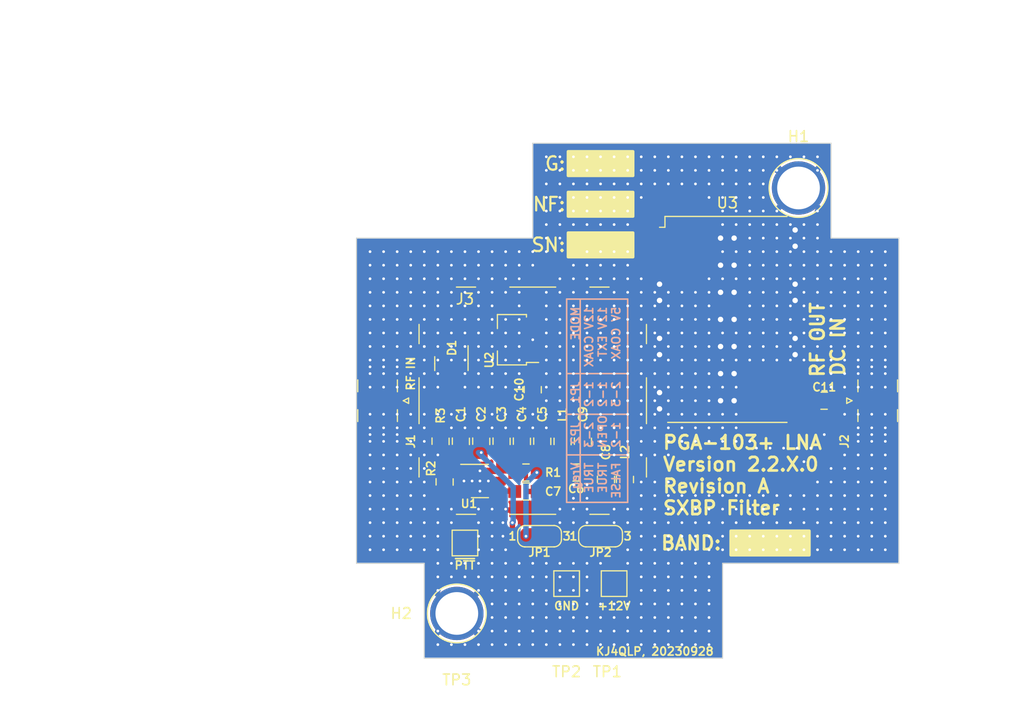
<source format=kicad_pcb>
(kicad_pcb (version 20221018) (generator pcbnew)

  (general
    (thickness 1.6)
  )

  (paper "A")
  (title_block
    (title "PGA-103+ Preamplifier, Version 2.2.X.0")
    (date "2024-03-11")
    (rev "A")
    (company "VTGS, GSN-DSA")
    (comment 1 "Preamplifier for VHF/UHF Satellite Rx")
    (comment 2 "creativecommons.org/licenses/by/4.0/")
    (comment 3 "License: CC BY 4.0")
    (comment 4 "Author: Zach Leffke, KJ4QLP")
  )

  (layers
    (0 "F.Cu" signal)
    (31 "B.Cu" signal)
    (32 "B.Adhes" user "B.Adhesive")
    (33 "F.Adhes" user "F.Adhesive")
    (34 "B.Paste" user)
    (35 "F.Paste" user)
    (36 "B.SilkS" user "B.Silkscreen")
    (37 "F.SilkS" user "F.Silkscreen")
    (38 "B.Mask" user)
    (39 "F.Mask" user)
    (40 "Dwgs.User" user "User.Drawings")
    (41 "Cmts.User" user "User.Comments")
    (42 "Eco1.User" user "User.Eco1")
    (43 "Eco2.User" user "User.Eco2")
    (44 "Edge.Cuts" user)
    (45 "Margin" user)
    (46 "B.CrtYd" user "B.Courtyard")
    (47 "F.CrtYd" user "F.Courtyard")
    (48 "B.Fab" user)
    (49 "F.Fab" user)
    (50 "User.1" user)
    (51 "User.2" user)
    (52 "User.3" user)
    (53 "User.4" user)
    (54 "User.5" user)
    (55 "User.6" user)
    (56 "User.7" user)
    (57 "User.8" user)
    (58 "User.9" user)
  )

  (setup
    (pad_to_mask_clearance 0)
    (aux_axis_origin 120.65 107.95)
    (pcbplotparams
      (layerselection 0x00010fc_ffffffff)
      (plot_on_all_layers_selection 0x0000000_00000000)
      (disableapertmacros false)
      (usegerberextensions false)
      (usegerberattributes true)
      (usegerberadvancedattributes true)
      (creategerberjobfile true)
      (dashed_line_dash_ratio 12.000000)
      (dashed_line_gap_ratio 3.000000)
      (svgprecision 4)
      (plotframeref false)
      (viasonmask false)
      (mode 1)
      (useauxorigin false)
      (hpglpennumber 1)
      (hpglpenspeed 20)
      (hpglpendiameter 15.000000)
      (dxfpolygonmode true)
      (dxfimperialunits true)
      (dxfusepcbnewfont true)
      (psnegative false)
      (psa4output false)
      (plotreference true)
      (plotvalue true)
      (plotinvisibletext false)
      (sketchpadsonfab false)
      (subtractmaskfromsilk false)
      (outputformat 1)
      (mirror false)
      (drillshape 1)
      (scaleselection 1)
      (outputdirectory "")
    )
  )

  (net 0 "")
  (net 1 "+12V")
  (net 2 "GND")
  (net 3 "Net-(U1-BP)")
  (net 4 "Net-(JP1-C)")
  (net 5 "Net-(J1-In)")
  (net 6 "+5V")
  (net 7 "Net-(JP1-B)")
  (net 8 "Net-(J2-In)")
  (net 9 "Net-(C10-Pad2)")
  (net 10 "Net-(JP2-C)")
  (net 11 "Net-(U1-EN)")
  (net 12 "Net-(U1-OUT)")
  (net 13 "Net-(U3-OUT)")
  (net 14 "Net-(U3-IN)")

  (footprint "RF_Mini-Circuits:Mini-Circuits_HF1139_LandPatternPL-230" (layer "F.Cu") (at 129.9845 100.33))

  (footprint "digikey-footprints:0805" (layer "F.Cu") (at 115.824 114.681 180))

  (footprint "digikey-footprints:0805" (layer "F.Cu") (at 103.505 115.57 -90))

  (footprint "TestPoint:TestPoint_Plated_Hole_D4.0mm" (layer "F.Cu") (at 104.648 127.889))

  (footprint "digikey-footprints:0805" (layer "F.Cu") (at 118.618 115.316 90))

  (footprint "digikey-footprints:0805" (layer "F.Cu") (at 105.029 111.76 -90))

  (footprint "Jumper:SolderJumper-3_P1.3mm_Open_RoundedPad1.0x1.5mm_NumberLabels" (layer "F.Cu") (at 118.11 120.65))

  (footprint "digikey-footprints:0805" (layer "F.Cu") (at 108.839 111.76 -90))

  (footprint "digikey-footprints:0805" (layer "F.Cu") (at 111.76 106.9 90))

  (footprint "digikey-footprints:0805" (layer "F.Cu") (at 112.649 111.76 -90))

  (footprint "TestPoint:TestPoint_Pad_2.0x2.0mm" (layer "F.Cu") (at 119.38 125.095))

  (footprint "Jumper:SolderJumper-3_P1.3mm_Open_RoundedPad1.0x1.5mm_NumberLabels" (layer "F.Cu") (at 112.395 120.65))

  (footprint "Connector_Coaxial:SMA_Samtec_SMA-J-P-X-ST-EM1_EdgeMount" (layer "F.Cu") (at 143.9275 107.95 90))

  (footprint "Connector_Coaxial:SMA_Samtec_SMA-J-P-X-ST-EM1_EdgeMount" (layer "F.Cu") (at 97.3725 107.95 -90))

  (footprint "digikey-footprints:0805" (layer "F.Cu") (at 106.934 111.76 -90))

  (footprint "digikey-footprints:0805" (layer "F.Cu") (at 139.065 107.95))

  (footprint "digikey-footprints:0805" (layer "F.Cu") (at 111.125 116.459 180))

  (footprint "digikey-footprints:0805" (layer "F.Cu") (at 114.554 111.76 90))

  (footprint "TestPoint:TestPoint_Plated_Hole_D4.0mm" (layer "F.Cu") (at 136.652 88.011))

  (footprint "digikey-footprints:0805" (layer "F.Cu") (at 110.744 111.76 -90))

  (footprint "digikey-footprints:0805" (layer "F.Cu") (at 120.396 115.316 90))

  (footprint "digikey-footprints:0805" (layer "F.Cu") (at 111.125 114.681))

  (footprint "Package_TO_SOT_SMD:SOT-23-5" (layer "F.Cu") (at 106.8125 115.475))

  (footprint "Package_TO_SOT_SMD:SOT-23" (layer "F.Cu") (at 104.14 104.4725 -90))

  (footprint "digikey-footprints:0805" (layer "F.Cu") (at 103.124 111.76 -90))

  (footprint "TestPoint:TestPoint_Pad_2.0x2.0mm" (layer "F.Cu") (at 105.41 121.285))

  (footprint "TestPoint:TestPoint_Pad_2.0x2.0mm" (layer "F.Cu") (at 114.935 125.095))

  (footprint "Package_TO_SOT_SMD:SOT-89-3" (layer "F.Cu") (at 109.81 102.235 180))

  (footprint "RF_Shielding:Wuerth_36103205_20x20mm" (layer "F.Cu") (at 111.76 107.95))

  (footprint "digikey-footprints:0805" (layer "F.Cu") (at 116.459 111.76 -90))

  (gr_line (start 120.65 117.475) (end 114.935 117.475)
    (stroke (width 0.15) (type default)) (layer "B.SilkS") (tstamp 0234a26a-8edf-4e3d-933b-2e6fdcb0265a))
  (gr_line (start 120.65 98.425) (end 120.65 117.475)
    (stroke (width 0.15) (type default)) (layer "B.SilkS") (tstamp 6cff8e09-9970-4b74-8b6d-70b74f8bbc22))
  (gr_line (start 116.205 98.425) (end 116.205 117.475)
    (stroke (width 0.15) (type default)) (layer "B.SilkS") (tstamp 813c96a9-9554-42b4-834d-c21ee5bb76b3))
  (gr_line (start 120.65 98.425) (end 114.935 98.425)
    (stroke (width 0.15) (type default)) (layer "B.SilkS") (tstamp da1ad703-3c42-4089-8ba0-390b8fb4114f))
  (gr_line (start 120.65 109.22) (end 114.935 109.22)
    (stroke (width 0.15) (type default)) (layer "B.SilkS") (tstamp dd3b761c-3e78-4da2-a3bf-6a1ea775323e))
  (gr_line (start 120.65 105.41) (end 114.935 105.41)
    (stroke (width 0.15) (type default)) (layer "B.SilkS") (tstamp e022e53c-215b-4445-b3c2-2b2770ba4951))
  (gr_line (start 120.65 113.03) (end 114.935 113.03)
    (stroke (width 0.15) (type default)) (layer "B.SilkS") (tstamp e9ee23bc-decd-4c36-b539-fa7eba5383c6))
  (gr_line (start 114.935 98.425) (end 114.935 117.475)
    (stroke (width 0.15) (type default)) (layer "B.SilkS") (tstamp eeacab82-04bd-420e-8a7a-48399ee76b47))
  (gr_line (start 139.7 92.71) (end 139.7 83.82)
    (stroke (width 0.1) (type default)) (layer "Edge.Cuts") (tstamp 1719faba-9db7-455b-822f-a797c67ab235))
  (gr_line (start 101.6 132.08) (end 129.54 132.08)
    (stroke (width 0.1) (type default)) (layer "Edge.Cuts") (tstamp 3566809e-fb58-4c26-a635-41b92a977b29))
  (gr_line (start 101.6 123.19) (end 101.6 132.08)
    (stroke (width 0.1) (type default)) (layer "Edge.Cuts") (tstamp 3ed20229-862d-40af-9798-e5d2e1ca9da8))
  (gr_line (start 146.05 92.71) (end 146.05 123.19)
    (stroke (width 0.1) (type default)) (layer "Edge.Cuts") (tstamp 44704f9c-47d3-4040-b2d1-478f81eca096))
  (gr_line (start 129.54 123.19) (end 146.05 123.19)
    (stroke (width 0.1) (type default)) (layer "Edge.Cuts") (tstamp 47dc181d-e2b4-4246-9a8c-f281edee1d7a))
  (gr_line (start 95.25 92.71) (end 95.25 123.19)
    (stroke (width 0.1) (type default)) (layer "Edge.Cuts") (tstamp 55f1b2f5-e0d4-4539-9bc6-f848432de59f))
  (gr_line (start 111.76 83.82) (end 111.76 92.71)
    (stroke (width 0.1) (type default)) (layer "Edge.Cuts") (tstamp a1da6eb8-07d1-498e-91dd-b40f1e0e7477))
  (gr_line (start 111.76 92.71) (end 95.25 92.71)
    (stroke (width 0.1) (type default)) (layer "Edge.Cuts") (tstamp b1c1facd-7448-4a9a-a069-38eb7d3687cb))
  (gr_line (start 146.05 92.71) (end 139.7 92.71)
    (stroke (width 0.1) (type default)) (layer "Edge.Cuts") (tstamp c7e47191-eac3-41a4-bf44-1b42e47b7b2b))
  (gr_line (start 95.25 123.19) (end 101.6 123.19)
    (stroke (width 0.1) (type default)) (layer "Edge.Cuts") (tstamp d516b84d-ea0a-4303-8ea5-d69f8a95ca49))
  (gr_line (start 129.54 132.08) (end 129.54 123.19)
    (stroke (width 0.1) (type default)) (layer "Edge.Cuts") (tstamp d7618115-09ab-4467-b23d-72fccb869d31))
  (gr_line (start 139.7 83.82) (end 111.76 83.82)
    (stroke (width 0.1) (type default)) (layer "Edge.Cuts") (tstamp e952047f-14c5-4ee2-9f83-dbe136905528))
  (gr_text "TRUE" (at 117.475 113.665 90) (layer "B.SilkS") (tstamp 016ef03d-b521-4fc2-bc73-fab6d55c3fe7)
    (effects (font (size 0.762 0.762) (thickness 0.1524) bold) (justify left bottom mirror))
  )
  (gr_text "1-2" (at 120.015 109.855 90) (layer "B.SilkS") (tstamp 1c1ac525-b1a4-473b-b2fe-adc2665fc1c5)
    (effects (font (size 0.762 0.762) (thickness 0.1524) bold) (justify left bottom mirror))
  )
  (gr_text "5V COAX" (at 120.015 99.06 90) (layer "B.SilkS") (tstamp 260ec5e9-5c37-4cca-ac5c-ac7b77a02ec1)
    (effects (font (size 0.762 0.762) (thickness 0.1524) bold) (justify left bottom mirror))
  )
  (gr_text "1-2" (at 117.475 106.045 90) (layer "B.SilkS") (tstamp 26960608-97d6-4367-a7d3-ea30c0a3ba19)
    (effects (font (size 0.762 0.762) (thickness 0.1524) bold) (justify left bottom mirror))
  )
  (gr_text "2-3" (at 120.015 106.045 90) (layer "B.SilkS") (tstamp 3193a16e-d8f6-49e5-bd77-72004936b10d)
    (effects (font (size 0.762 0.762) (thickness 0.1524) bold) (justify left bottom mirror))
  )
  (gr_text "JP2" (at 116.205 109.855 90) (layer "B.SilkS") (tstamp 5eacd801-9adc-492a-aa0f-54484fba4ba9)
    (effects (font (size 0.762 0.762) (thickness 0.1524) bold) (justify left bottom mirror))
  )
  (gr_text "FALSE" (at 120.015 113.665 90) (layer "B.SilkS") (tstamp 75f00925-de30-4157-8186-d982cafbd907)
    (effects (font (size 0.762 0.762) (thickness 0.1524) bold) (justify left bottom mirror))
  )
  (gr_text "MODE" (at 116.205 99.06 90) (layer "B.SilkS") (tstamp 80a01612-0942-43a7-a74e-2a29da5cfcdc)
    (effects (font (size 0.762 0.762) (thickness 0.1524) bold) (justify left bottom mirror))
  )
  (gr_text "12V COAX" (at 117.475 99.06 90) (layer "B.SilkS") (tstamp 92fe22dc-740d-4983-8a30-6439a73d9fb1)
    (effects (font (size 0.762 0.762) (thickness 0.1524) bold) (justify left bottom mirror))
  )
  (gr_text "Vreg" (at 116.205 113.665 90) (layer "B.SilkS") (tstamp 98d7823e-bdd7-4dbe-9388-973c95779382)
    (effects (font (size 0.762 0.762) (thickness 0.1524) bold) (justify left bottom mirror))
  )
  (gr_text "JP1" (at 116.205 106.045 90) (layer "B.SilkS") (tstamp bb940331-2232-4447-9e04-31df12bf2d2c)
    (effects (font (size 0.762 0.762) (thickness 0.1524) bold) (justify left bottom mirror))
  )
  (gr_text "2-3" (at 117.475 109.855 90) (layer "B.SilkS") (tstamp cfeede28-6706-4325-a5d9-f583f34d2c88)
    (effects (font (size 0.762 0.762) (thickness 0.1524) bold) (justify left bottom mirror))
  )
  (gr_text "12V EXT" (at 118.745 99.06 90) (layer "B.SilkS") (tstamp d8e34dc9-b338-42a3-b6fa-15683295a56d)
    (effects (font (size 0.762 0.762) (thickness 0.1524) bold) (justify left bottom mirror))
  )
  (gr_text "OPEN" (at 118.745 109.22 90) (layer "B.SilkS") (tstamp ef74900a-f157-45ee-b57b-561336e1be5b)
    (effects (font (size 0.762 0.762) (thickness 0.1524) bold) (justify left bottom mirror))
  )
  (gr_text "1-2" (at 118.745 106.045 90) (layer "B.SilkS") (tstamp f880ebeb-8ad3-4b1e-85ac-74ed3a63b988)
    (effects (font (size 0.762 0.762) (thickness 0.1524) bold) (justify left bottom mirror))
  )
  (gr_text "TRUE" (at 118.745 113.665 90) (layer "B.SilkS") (tstamp fdd7c1d3-ac10-4ce6-9128-b591d55f1125)
    (effects (font (size 0.762 0.762) (thickness 0.1524) bold) (justify left bottom mirror))
  )
  (gr_text "RF IN" (at 100.33 105.41 90) (layer "F.SilkS") (tstamp 0a507c34-e8f3-451e-9605-2a7a369b8eb6)
    (effects (font (size 0.762 0.762) (thickness 0.1524) bold))
  )
  (gr_text "+12V" (at 119.38 127.635) (layer "F.SilkS") (tstamp 16ff8c01-0500-4c0a-9cd4-845f645dbee3)
    (effects (font (size 0.762 0.762) (thickness 0.1524) bold) (justify bottom))
  )
  (gr_text "GND" (at 114.935 127.635) (layer "F.SilkS") (tstamp 249de3e1-b556-4565-958f-17946f4c5e32)
    (effects (font (size 0.762 0.762) (thickness 0.1524) bold) (justify bottom))
  )
  (gr_text "KJ4QLP, 20230928" (at 123.19 131.445) (layer "F.SilkS") (tstamp 33b23146-b651-4d89-8374-6ffe9679303f)
    (effects (font (size 0.762 0.762) (thickness 0.1524) bold))
  )
  (gr_text "G:" (at 114.935 85.725) (layer "F.SilkS") (tstamp 51dc9468-2ce1-435c-83a2-5ea536ffe5b8)
    (effects (font (size 1.27 1.27) (thickness 0.2032)) (justify right))
  )
  (gr_text "~{PTT}" (at 105.41 123.825) (layer "F.SilkS") (tstamp 69291f9b-74df-486c-801a-70aa30129398)
    (effects (font (size 0.762 0.762) (thickness 0.1524) bold) (justify bottom))
  )
  (gr_text "RF OUT" (at 138.43 102.235 90) (layer "F.SilkS") (tstamp 69b7d38a-dbfd-4429-b286-a1964be290c5)
    (effects (font (size 1.27 1.27) (thickness 0.254) bold))
  )
  (gr_text "BAND:" (at 129.54 121.285) (layer "F.SilkS") (tstamp 702a1308-6534-472f-a4c1-573c5b972045)
    (effects (font (size 1.27 1.27) (thickness 0.254) bold) (justify right))
  )
  (gr_text "SN:" (at 114.935 93.345) (layer "F.SilkS") (tstamp 728da162-62ad-4d4d-95ca-3957de7f02eb)
    (effects (font (size 1.27 1.27) (thickness 0.2032)) (justify right))
  )
  (gr_text "NF:" (at 114.935 89.535) (layer "F.SilkS") (tstamp 9d5ac7a5-baa2-404b-b7c4-9c1ccebce37b)
    (effects (font (size 1.27 1.27) (thickness 0.2032)) (justify right))
  )
  (gr_text "PGA-103+ LNA\nVersion 2.2.X.0\nRevision A\nSXBP Filter" (at 123.825 114.935) (layer "F.SilkS") (tstamp eb227fb1-d16a-49d4-b156-58062e28db9c)
    (effects (font (size 1.27 1.27) (thickness 0.254) bold) (justify left))
  )
  (gr_text "DC IN" (at 140.335 102.87 90) (layer "F.SilkS") (tstamp f26b25f6-f27f-4966-9f33-cb12e661ad85)
    (effects (font (size 1.27 1.27) (thickness 0.254) bold))
  )
  (dimension (type aligned) (layer "Dwgs.User") (tstamp 095619ca-f68c-416f-bd24-481e1d0777fc)
    (pts (xy 139.7 92.71) (xy 146.05 92.71))
    (height -14.605)
    (gr_text "250.0000 mils" (at 146.685 76.835) (layer "Dwgs.User") (tstamp 095619ca-f68c-416f-bd24-481e1d0777fc)
      (effects (font (size 1 1) (thickness 0.15)))
    )
    (format (prefix "") (suffix "") (units 3) (units_format 1) (precision 4))
    (style (thickness 0.15) (arrow_length 1.27) (text_position_mode 2) (extension_height 0.58642) (extension_offset 0.5) keep_text_aligned)
  )
  (dimension (type aligned) (layer "Dwgs.User") (tstamp 41d97718-1fac-46fd-8794-b1cefd0b58d5)
    (pts (xy 139.7 83.82) (xy 111.76 83.82))
    (height 5.715)
    (gr_text "1100.0000 mils" (at 125.73 76.955) (layer "Dwgs.User") (tstamp 41d97718-1fac-46fd-8794-b1cefd0b58d5)
      (effects (font (size 1 1) (thickness 0.15)))
    )
    (format (prefix "") (suffix "") (units 3) (units_format 1) (precision 4))
    (style (thickness 0.15) (arrow_length 1.27) (text_position_mode 0) (extension_height 0.58642) (extension_offset 0.5) keep_text_aligned)
  )
  (dimension (type aligned) (layer "Dwgs.User") (tstamp 879b44eb-c21f-4004-a5a8-b481242a177e)
    (pts (xy 101.6 132.08) (xy 129.54 132.08))
    (height 5.08)
    (gr_text "1100.0000 mils" (at 115.57 136.01) (layer "Dwgs.User") (tstamp 879b44eb-c21f-4004-a5a8-b481242a177e)
      (effects (font (size 1 1) (thickness 0.15)))
    )
    (format (prefix "") (suffix "") (units 3) (units_format 1) (precision 4))
    (style (thickness 0.15) (arrow_length 1.27) (text_position_mode 0) (extension_height 0.58642) (extension_offset 0.5) keep_text_aligned)
  )
  (dimension (type aligned) (layer "Dwgs.User") (tstamp 8d3e4383-db7f-43fa-a639-5faa7d7763aa)
    (pts (xy 95.25 92.71) (xy 146.05 92.71))
    (height -20.32)
    (gr_text "2000.0000 mils" (at 120.65 71.24) (layer "Dwgs.User") (tstamp 8d3e4383-db7f-43fa-a639-5faa7d7763aa)
      (effects (font (size 1 1) (thickness 0.15)))
    )
    (format (prefix "") (suffix "") (units 3) (units_format 1) (precision 4))
    (style (thickness 0.15) (arrow_length 1.27) (text_position_mode 0) (extension_height 0.58642) (extension_offset 0.5) keep_text_aligned)
  )
  (dimension (type aligned) (layer "Dwgs.User") (tstamp 90c3da30-0106-422e-8e4f-790eba48097d)
    (pts (xy 95.25 92.71) (xy 95.25 123.19))
    (height 19.685)
    (gr_text "1200.0000 mils" (at 74.415 107.95 90) (layer "Dwgs.User") (tstamp 90c3da30-0106-422e-8e4f-790eba48097d)
      (effects (font (size 1 1) (thickness 0.15)))
    )
    (format (prefix "") (suffix "") (units 3) (units_format 1) (precision 4))
    (style (thickness 0.15) (arrow_length 1.27) (text_position_mode 0) (extension_height 0.58642) (extension_offset 0.5) keep_text_aligned)
  )
  (dimension (type aligned) (layer "Dwgs.User") (tstamp a86e9ba4-8c73-495a-94cf-13434d1a21b9)
    (pts (xy 139.7 83.82) (xy 139.7 92.71))
    (height -12.7)
    (gr_text "350.0000 mils" (at 151.25 88.265 90) (layer "Dwgs.User") (tstamp a86e9ba4-8c73-495a-94cf-13434d1a21b9)
      (effects (font (size 1 1) (thickness 0.15)))
    )
    (format (prefix "") (suffix "") (units 3) (units_format 1) (precision 4))
    (style (thickness 0.15) (arrow_length 1.27) (text_position_mode 0) (extension_height 0.58642) (extension_offset 0.5) keep_text_aligned)
  )
  (dimension (type aligned) (layer "Dwgs.User") (tstamp f062ce3f-535d-4805-adef-891f78f8b466)
    (pts (xy 95.25 83.82) (xy 95.25 132.08))
    (height 27.305)
    (gr_text "1900.0000 mils" (at 66.795 107.95 90) (layer "Dwgs.User") (tstamp f062ce3f-535d-4805-adef-891f78f8b466)
      (effects (font (size 1 1) (thickness 0.15)))
    )
    (format (prefix "") (suffix "") (units 3) (units_format 1) (precision 4))
    (style (thickness 0.15) (arrow_length 1.27) (text_position_mode 0) (extension_height 0.58642) (extension_offset 0.5) keep_text_aligned)
  )

  (segment (start 119.38 121.92) (end 119.38 120.68) (width 0.508) (layer "F.Cu") (net 1) (tstamp 0024d1d0-67fe-487b-92e8-6e5da463a703))
  (segment (start 104.775 112.81) (end 104.775 114.525) (width 0.508) (layer "F.Cu") (net 1) (tstamp 06aa2056-d92f-4280-a9e5-0c13b0d4051e))
  (segment (start 110.49 121.92) (end 109.855 121.285) (width 0.508) (layer "F.Cu") (net 1) (tstamp 0f4050a2-d9e6-4785-8ca9-9589a030c1b4))
  (segment (start 115.57 121.92) (end 110.49 121.92) (width 0.508) (layer "F.Cu") (net 1) (tstamp 2449054b-0aa6-497b-80d0-95fdf7782061))
  (segment (start 119.38 121.92) (end 119.38 125.095) (width 0.508) (layer "F.Cu") (net 1) (tstamp 4859e57b-b842-4a30-ba55-5bcba3d2a4ed))
  (segment (start 119.38 121.92) (end 115.57 121.92) (width 0.508) (layer "F.Cu") (net 1) (tstamp 535c1709-cb25-4a31-adb7-6b672c63d1aa))
  (segment (start 119.38 120.68) (end 119.41 120.65) (width 0.508) (layer "F.Cu") (net 1) (tstamp 9db8b560-2b4f-47c6-9e10-62faf65968fe))
  (segment (start 103.51 114.525) (end 103.505 114.52) (width 0.508) (layer "F.Cu") (net 1) (tstamp a2029f14-951f-4801-8a03-1156472062ad))
  (segment (start 105.675 114.525) (end 104.775 114.525) (width 0.508) (layer "F.Cu") (net 1) (tstamp a83e498d-33dc-496d-b49d-3cd76da27415))
  (segment (start 106.934 112.81) (end 105.029 112.81) (width 1.016) (layer "F.Cu") (net 1) (tstamp d334173c-55d7-4bab-b706-a3cd0d199968))
  (segment (start 109.855 121.285) (end 109.855 119.38) (width 0.508) (layer "F.Cu") (net 1) (tstamp df08f743-4f71-4957-a142-4cc33985121a))
  (segment (start 104.775 114.525) (end 103.51 114.525) (width 0.508) (layer "F.Cu") (net 1) (tstamp fb5b6f9e-8b6f-4b6d-afeb-2f3510e9b40a))
  (via (at 109.855 119.38) (size 0.508) (drill 0.254) (layers "F.Cu" "B.Cu") (net 1) (tstamp 0ab01940-ec6d-4471-885b-cbe63d16a9d1))
  (via (at 106.934 112.81) (size 0.508) (drill 0.254) (layers "F.Cu" "B.Cu") (net 1) (tstamp e3568b7e-55f6-4ce0-8719-4d301da8539d))
  (segment (start 109.855 119.38) (end 109.928 119.307) (width 0.508) (layer "B.Cu") (net 1) (tstamp 3b7ba408-a6c0-402c-9839-099a88b4f5ef))
  (segment (start 109.928 119.307) (end 109.928 116.058) (width 0.508) (layer "B.Cu") (net 1) (tstamp 7dc737b1-1361-4492-8486-00af4564eaed))
  (segment (start 109.928 116.058) (end 106.68 112.81) (width 0.508) (layer "B.Cu") (net 1) (tstamp c875d1bd-f109-45b4-a69f-1d6010b65be8))
  (via (at 120.65 97.79) (size 0.508) (drill 0.254) (layers "F.Cu" "B.Cu") (free) (net 2) (tstamp 0028ec4f-4318-4983-8fcb-e2bff8a9049c))
  (via (at 115.57 123.19) (size 0.508) (drill 0.254) (layers "F.Cu" "B.Cu") (free) (net 2) (tstamp 00766a2d-6e3c-4c31-858d-9312010114ff))
  (via (at 101.6 97.79) (size 0.508) (drill 0.254) (layers "F.Cu" "B.Cu") (free) (net 2) (tstamp 007e66b9-d8c9-4fad-98a9-246691a6be52))
  (via (at 143.51 106.68) (size 0.508) (drill 0.254) (layers "F.Cu" "B.Cu") (free) (net 2) (tstamp 00f0559b-a98c-4518-ae9b-dbd97969c3ee))
  (via (at 132.08 85.09) (size 0.508) (drill 0.254) (layers "F.Cu" "B.Cu") (free) (net 2) (tstamp 010cf647-5e18-4234-b536-26e7f609f64c))
  (via (at 96.52 114.3) (size 0.508) (drill 0.254) (layers "F.Cu" "B.Cu") (free) (net 2) (tstamp 011a78d1-8118-4f3f-9ac0-24e2aa523f10))
  (via (at 110.49 96.52) (size 0.508) (drill 0.254) (layers "F.Cu" "B.Cu") (free) (net 2) (tstamp 0164c76b-9499-4bcf-8c6f-23e28a03c27c))
  (via (at 130.81 96.52) (size 0.508) (drill 0.254) (layers "F.Cu" "B.Cu") (free) (net 2) (tstamp 01d5f3cb-0e02-4ac4-84ec-b8a5a348d11b))
  (via (at 129.54 85.09) (size 0.508) (drill 0.254) (layers "F.Cu" "B.Cu") (free) (net 2) (tstamp 02433356-7500-4490-ac54-589029ad6ff7))
  (via (at 113.03 127) (size 0.508) (drill 0.254) (layers "F.Cu" "B.Cu") (free) (net 2) (tstamp 0252704d-19e6-4c38-9294-d357953b523a))
  (via (at 110.49 99.06) (size 0.508) (drill 0.254) (layers "F.Cu" "B.Cu") (free) (net 2) (tstamp 029ee3ab-dabb-407b-a66e-29578168c93a))
  (via (at 128.27 119.38) (size 0.508) (drill 0.254) (layers "F.Cu" "B.Cu") (free) (net 2) (tstamp 032803cb-6ec7-4ee9-86e6-75aa37debe62))
  (via (at 119.38 111.76) (size 0.508) (drill 0.254) (layers "F.Cu" "B.Cu") (free) (net 2) (tstamp 0364b490-ce40-44be-8f11-7959596ff31d))
  (via (at 113.03 86.36) (size 0.508) (drill 0.254) (layers "F.Cu" "B.Cu") (free) (net 2) (tstamp 046a6cda-1a3c-4d3e-814a-84a221bf608c))
  (via (at 106.68 104.14) (size 0.508) (drill 0.254) (layers "F.Cu" "B.Cu") (free) (net 2) (tstamp 048852a3-b089-40bc-84af-78c58928ef3c))
  (via (at 104.14 104.14) (size 0.508) (drill 0.254) (layers "F.Cu" "B.Cu") (free) (net 2) (tstamp 04f112ac-b467-4e51-a7d3-374f0447cca4))
  (via (at 134.62 119.38) (size 0.508) (drill 0.254) (layers "F.Cu" "B.Cu") (free) (net 2) (tstamp 053dc36b-0595-4b95-a24f-84b462e15092))
  (via (at 113.03 109.22) (size 0.508) (drill 0.254) (layers "F.Cu" "B.Cu") (free) (net 2) (tstamp 054ba5f8-3586-4967-bc4d-40c4b912eea7))
  (via (at 116.84 125.73) (size 0.508) (drill 0.254) (layers "F.Cu" "B.Cu") (free) (net 2) (tstamp 05b994db-eb51-4ae0-9e2c-1d619e2b64d9))
  (via (at 119.38 127) (size 0.508) (drill 0.254) (layers "F.Cu" "B.Cu") (free) (net 2) (tstamp 05bdabd4-1295-4682-a8a3-40d821c800ec))
  (via (at 127 101.6) (size 0.508) (drill 0.254) (layers "F.Cu" "B.Cu") (free) (net 2) (tstamp 0614a61c-a452-43cd-9a03-7e37ac15eed2))
  (via (at 109.22 105.41) (size 0.508) (drill 0.254) (layers "F.Cu" "B.Cu") (free) (net 2) (tstamp 061c3da2-9886-4663-a45b-ccd0e2ff3d21))
  (via (at 123.19 101.6) (size 0.508) (drill 0.254) (layers "F.Cu" "B.Cu") (free) (net 2) (tstamp 0686cb7a-5bfd-47b4-a5f5-d414fc03289c))
  (via (at 137.16 101.6) (size 0.508) (drill 0.254) (layers "F.Cu" "B.Cu") (free) (net 2) (tstamp 06de9d36-7b1e-4020-9825-5334d5a8fa86))
  (via (at 115.57 86.36) (size 0.508) (drill 0.254) (layers "F.Cu" "B.Cu") (free) (net 2) (tstamp 071c8ff1-cf5c-4792-a1b2-e5e0135a22a2))
  (via (at 99.06 99.06) (size 0.508) (drill 0.254) (layers "F.Cu" "B.Cu") (free) (net 2) (tstamp 0782c2e5-dbab-4bf3-a34f-d84f3db88662))
  (via (at 140.97 95.25) (size 0.508) (drill 0.254) (layers "F.Cu" "B.Cu") (free) (net 2) (tstamp 082ecd56-c0b9-45d7-8d02-cd0bef9c11d8))
  (via (at 135.89 99.06) (size 0.508) (drill 0.254) (layers "F.Cu" "B.Cu") (free) (net 2) (tstamp 084af975-cef3-4ac9-9038-956b8a137cc5))
  (via (at 127 125.73) (size 0.508) (drill 0.254) (layers "F.Cu" "B.Cu") (free) (net 2) (tstamp 0882ad3d-85b7-4387-8a78-95d617db31d2))
  (via (at 135.89 119.38) (size 0.508) (drill 0.254) (layers "F.Cu" "B.Cu") (free) (net 2) (tstamp 08c851a8-bbf5-4c80-9e7d-a799c22da76f))
  (via (at 132.08 100.33) (size 0.508) (drill 0.254) (layers "F.Cu" "B.Cu") (free) (net 2) (tstamp 08fd2e31-c3dd-4a1b-b3fa-e69e04da4b16))
  (via (at 125.73 97.79) (size 0.508) (drill 0.254) (layers "F.Cu" "B.Cu") (free) (net 2) (tstamp 091e5647-9155-4b6b-bee0-897c210567db))
  (via (at 102.87 101.6) (size 0.508) (drill 0.254) (layers "F.Cu" "B.Cu") (free) (net 2) (tstamp 094a9f9d-97e8-48cd-bbc5-9e295d4d911b))
  (via (at 125.73 116.84) (size 0.508) (drill 0.254) (layers "F.Cu" "B.Cu") (free) (net 2) (tstamp 096f28f4-04ba-407f-85d9-007db3d720b8))
  (via (at 118.11 95.25) (size 0.508) (drill 0.254) (layers "F.Cu" "B.Cu") (free) (net 2) (tstamp 09cabcbc-9220-4a05-a003-f8d3a66ec7ac))
  (via (at 96.52 99.06) (size 0.508) (drill 0.254) (layers "F.Cu" "B.Cu") (free) (net 2) (tstamp 0a057aa1-3519-4011-b366-52cbec506c09))
  (via (at 121.92 101.6) (size 0.508) (drill 0.254) (layers "F.Cu" "B.Cu") (free) (net 2) (tstamp 0a2ce602-c744-46c7-a97c-5a9eb0a66e5d))
  (via (at 97.79 119.38) (size 0.508) (drill 0.254) (layers "F.Cu" "B.Cu") (free) (net 2) (tstamp 0a3b2933-e1b0-4d49-8ffc-ef26faef2041))
  (via (at 137.16 97.79) (size 0.508) (drill 0.254) (layers "F.Cu" "B.Cu") (free) (net 2) (tstamp 0a5c9e47-7564-4b1a-8a35-c2444ee9f6a7))
  (via (at 133.35 86.36) (size 0.508) (drill 0.254) (layers "F.Cu" "B.Cu") (free) (net 2) (tstamp 0aee3b1b-10ab-4227-93a8-51e4214b0d17))
  (via (at 139.065 111.125) (size 0.508) (drill 0.254) (layers "F.Cu" "B.Cu") (free) (net 2) (tstamp 0b385cd2-cf9e-4dbf-a08e-32e7fd6e2a0e))
  (via (at 128.27 105.41) (size 0.508) (drill 0.254) (layers "F.Cu" "B.Cu") (free) (net 2) (tstamp 0b62c422-619a-4c34-99bc-dcf84d6f1e2d))
  (via (at 138.43 99.06) (size 0.508) (drill 0.254) (layers "F.Cu" "B.Cu") (free) (net 2) (tstamp 0baca5d8-c68e-434e-b88a-668ae56cee6a))
  (via (at 107.95 109.22) (size 0.508) (drill 0.254) (layers "F.Cu" "B.Cu") (free) (net 2) (tstamp 0bd3babf-52ac-4b26-a743-2a2b810aad5a))
  (via (at 120.65 105.41) (size 0.508) (drill 0.254) (layers "F.Cu" "B.Cu") (free) (net 2) (tstamp 0bd44cbf-6a26-4e2c-95bf-beaac6dea9a3))
  (via (at 135.89 116.84) (size 0.508) (drill 0.254) (layers "F.Cu" "B.Cu") (free) (net 2) (tstamp 0c6bfd39-9e2e-4913-9c00-bc1f66ec1faa))
  (via (at 97.79 118.11) (size 0.508) (drill 0.254) (layers "F.Cu" "B.Cu") (free) (net 2) (tstamp 0c750aaf-2979-4300-9209-9c3dbbd189c0))
  (via (at 123.19 120.65) (size 0.508) (drill 0.254) (layers "F.Cu" "B.Cu") (free) (net 2) (tstamp 0d3dfd56-6309-40ca-a6f5-1a2f21075060))
  (via (at 96.52 102.87) (size 0.508) (drill 0.254) (layers "F.Cu" "B.Cu") (free) (net 2) (tstamp 0d4a7548-4e84-46a6-8eaa-54eaa8e77563))
  (via (at 100.33 104.14) (size 0.508) (drill 0.254) (layers "F.Cu" "B.Cu") (free) (net 2) (tstamp 0d8eae06-d106-4707-8366-84850164e950))
  (via (at 97.79 100.33) (size 0.508) (drill 0.254) (layers "F.Cu" "B.Cu") (free) (net 2) (tstamp 0dc5484d-1d71-47fb-9dab-85800790245f))
  (via (at 118.11 101.6) (size 0.508) (drill 0.254) (layers "F.Cu" "B.Cu") (free) (net 2) (tstamp 0de908a2-8c55-4132-81cc-d8efd69c6b06))
  (via (at 119.38 99.06) (size 0.508) (drill 0.254) (layers "F.Cu" "B.Cu") (free) (net 2) (tstamp 0dec0cbf-1f2f-4891-a61d-23a24c95874d))
  (via (at 124.46 100.33) (size 0.508) (drill 0.254) (layers "F.Cu" "B.Cu") (free) (net 2) (tstamp 0df07cdd-2157-4545-864a-8d1580e8fa82))
  (via (at 135.89 121.92) (size 0.508) (drill 0.254) (layers "F.Cu" "B.Cu") (free) (net 2) (tstamp 0e0d106a-9fc4-415d-9946-0251608cbcef))
  (via (at 111.76 123.19) (size 0.508) (drill 0.254) (layers "F.Cu" "B.Cu") (free) (net 2) (tstamp 0e44a9c2-8ce3-4e86-a205-8876f1c9c18c))
  (via (at 125.73 100.33) (size 0.508) (drill 0.254) (layers "F.Cu" "B.Cu") (free) (net 2) (tstamp 0eca6d51-eeab-4e91-89ea-270bfb9c5e57))
  (via (at 120.65 109.22) (size 0.508) (drill 0.254) (layers "F.Cu" "B.Cu") (free) (net 2) (tstamp 0f0ccf90-0eba-48ed-a75c-3b5ac607a491))
  (via (at 140.97 93.98) (size 0.508) (drill 0.254) (layers "F.Cu" "B.Cu") (free) (net 2) (tstamp 0f3e57e4-e81b-437a-8e90-33d34fb82ad1))
  (via (at 109.22 101.6) (size 0.508) (drill 0.254) (layers "F.Cu" "B.Cu") (free) (net 2) (tstamp 0feb90c8-edce-4dfb-b48c-f9be08ce5386))
  (via (at 110.49 105.41) (size 0.508) (drill 0.254) (layers "F.Cu" "B.Cu") (free) (net 2) (tstamp 1121e7f5-9777-43c4-8403-eaaa074e4eef))
  (via (at 140.97 119.38) (size 0.508) (drill 0.254) (layers "F.Cu" "B.Cu") (free) (net 2) (tstamp 1163ad21-32ba-4f1c-b32e-40e3159cfc83))
  (via (at 135.89 100.33) (size 0.508) (drill 0.254) (layers "F.Cu" "B.Cu") (free) (net 2) (tstamp 11a87a6d-3f75-45c4-9632-e240b91bba1b))
  (via (at 125.73 121.92) (size 0.508) (drill 0.254) (layers "F.Cu" "B.Cu") (free) (net 2) (tstamp 11ac1217-f044-4b87-9bb4-896155a2f4ba))
  (via (at 109.22 96.52) (size 0.508) (drill 0.254) (layers "F.Cu" "B.Cu") (free) (net 2) (tstamp 11ad6e42-94e2-4b72-a607-57b88ab9aceb))
  (via (at 96.52 115.57) (size 0.508) (drill 0.254) (layers "F.Cu" "B.Cu") (free) (net 2) (tstamp 12fd5705-09f6-48af-b82e-79da94bbdde3))
  (via (at 127 120.65) (size 0.508) (drill 0.254) (layers "F.Cu" "B.Cu") (free) (net 2) (tstamp 136d33b0-fc67-47ae-9b0d-235009451a74))
  (via (at 129.54 93.98) (size 0.508) (drill 0.254) (layers "F.Cu" "B.Cu") (free) (net 2) (tstamp 13ee9aab-a554-47ba-943a-1d0e8e5473d4))
  (via (at 143.51 109.22) (size 0.508) (drill 0.254) (layers "F.Cu" "B.Cu") (free) (net 2) (tstamp 140fd0d7-030e-4bef-9404-53da414603bf))
  (via (at 128.27 101.6) (size 0.508) (drill 0.254) (layers "F.Cu" "B.Cu") (free) (net 2) (tstamp 14437416-e9cc-46ef-b859-7d16bffaaecb))
  (via (at 109.22 100.33) (size 0.508) (drill 0.254) (layers "F.Cu" "B.Cu") (free) (net 2) (tstamp 1488536e-dfa1-4f84-ba12-d996aacf4151))
  (via (at 100.33 99.06) (size 0.508) (drill 0.254) (layers "F.Cu" "B.Cu") (free) (net 2) (tstamp 148a610d-7521-4e53-bcba-bb15b0c15fc3))
  (via (at 142.24 99.06) (size 0.508) (drill 0.254) (layers "F.Cu" "B.Cu") (free) (net 2) (tstamp 14b7de4e-5b81-4aef-a575-7ea381ca0656))
  (via (at 118.11 88.9) (size 0.508) (drill 0.254) (layers "F.Cu" "B.Cu") (free) (net 2) (tstamp 14fbbe8c-08db-4d3d-8d36-30528627203e))
  (via (at 143.51 99.06) (size 0.508) (drill 0.254) (layers "F.Cu" "B.Cu") (free) (net 2) (tstamp 1504e880-0a95-4bfd-ab93-784d18d411e0))
  (via (at 143.51 100.33) (size 0.508) (drill 0.254) (layers "F.Cu" "B.Cu") (free) (net 2) (tstamp 1562bbcd-5ad7-432f-96b8-f31c53f303b0))
  (via (at 113.03 88.9) (size 0.508) (drill 0.254) (layers "F.Cu" "B.Cu") (free) (net 2) (tstamp 1565ebfd-e52c-4799-854a-d16629af394d))
  (via (at 127 121.92) (size 0.508) (drill 0.254) (layers "F.Cu" "B.Cu") (free) (net 2) (tstamp 156e519b-a913-4c2e-9911-46a0f3af0df1))
  (via (at 104.14 101.6) (size 0.508) (drill 0.254) (layers "F.Cu" "B.Cu") (free) (net 2) (tstamp 1571e525-3e16-48d5-b85b-80005441fc2f))
  (via (at 138.43 85.09) (size 0.508) (drill 0.254) (layers "F.Cu" "B.Cu") (free) (net 2) (tstamp 160f9175-9813-4f81-b452-e9240f07bd01))
  (via (at 132.08 116.84) (size 0.508) (drill 0.254) (layers "F.Cu" "B.Cu") (free) (net 2) (tstamp 16287274-bc68-48bf-8a4e-b742e469f4be))
  (via (at 100.33 97.79) (size 0.508) (drill 0.254) (layers "F.Cu" "B.Cu") (free) (net 2) (tstamp 1690f2ab-1d39-4859-90c8-38488a8cf148))
  (via (at 106.68 93.98) (size 0.508) (drill 0.254) (layers "F.Cu" "B.Cu") (free) (net 2) (tstamp 16bee4f3-4d93-448b-a6e3-fc8cbef73690))
  (via (at 101.6 102.87) (size 0.508) (drill 0.254) (layers "F.Cu" "B.Cu") (free) (net 2) (tstamp 16c971a4-7d54-4031-99b7-7c3cb8c52a5f))
  (via (at 110.49 109.22) (size 0.508) (drill 0.254) (layers "F.Cu" "B.Cu") (free) (net 2) (tstamp 16d14ea9-2989-4cb0-a0f3-e9c2ca8cf20e))
  (via (at 130.81 106.68) (size 0.508) (drill 0.254) (layers "F.Cu" "B.Cu") (free) (net 2) (tstamp 16f33f76-3c09-4e2e-b8e6-96ab5e8c9d3f))
  (via (at 105.41 106.68) (size 0.508) (drill 0.254) (layers "F.Cu" "B.Cu") (free) (net 2) (tstamp 170b08c9-5cd0-43e3-9129-7a9db890184d))
  (via (at 143.51 105.41) (size 0.508) (drill 0.254) (layers "F.Cu" "B.Cu") (free) (net 2) (tstamp 171251fe-25e6-41fd-9731-64d694a67c8c))
  (via (at 125.73 99.06) (size 0.508) (drill 0.254) (layers "F.Cu" "B.Cu") (free) (net 2) (tstamp 1803399a-4a30-4267-b31f-5da0e26dabf1))
  (via (at 144.78 114.3) (size 0.508) (drill 0.254) (layers "F.Cu" "B.Cu") (free) (net 2) (tstamp 182a13bc-079a-4e81-a3cd-24bcf40a4c31))
  (via (at 130.81 110.49) (size 0.508) (drill 0.254) (layers "F.Cu" "B.Cu") (free) (net 2) (tstamp 1841f0d2-81ec-44e8-a75e-1fa7fc08ee61))
  (via (at 114.3 96.52) (size 0.508) (drill 0.254) (layers "F.Cu" "B.Cu") (free) (net 2) (tstamp 18bc1043-9dae-400d-9a07-52729f88fff8))
  (via (at 119.38 106.68) (size 0.508) (drill 0.254) (layers "F.Cu" "B.Cu") (free) (net 2) (tstamp 18be117f-0e57-438e-90d0-b214813c2838))
  (via (at 125.73 107.95) (size 0.508) (drill 0.254) (layers "F.Cu" "B.Cu") (free) (net 2) (tstamp 18d760f8-8719-4919-afce-573161b9129b))
  (via (at 116.84 93.98) (size 0.508) (drill 0.254) (layers "F.Cu" "B.Cu") (free) (net 2) (tstamp 18fe1a3f-9cc6-46cb-8955-921ee395ee42))
  (via (at 133.35 116.84) (size 0.508) (drill 0.254) (layers "F.Cu" "B.Cu") (free) (net 2) (tstamp 190e8333-ad8d-44d8-9e89-4941b29eed5c))
  (via (at 138.43 91.44) (size 0.508) (drill 0.254) (layers "F.Cu" "B.Cu") (free) (net 2) (tstamp 1930e995-37ec-4184-b2f2-3263248e65a9))
  (via (at 133.35 93.98) (size 0.508) (drill 0.254) (layers "F.Cu" "B.Cu") (free) (net 2) (tstamp 195acda1-8e00-4d45-8c3e-afe99759bf68))
  (via (at 128.27 85.09) (size 0.508) (drill 0.254) (layers "F.Cu" "B.Cu") (free) (net 2) (tstamp 195c6bac-c5f0-45e2-b874-1f5a1652b35d))
  (via (at 133.35 104.14) (size 0.508) (drill 0.254) (layers "F.Cu" "B.Cu") (free) (net 2) (tstamp 196a40cc-a7b1-425c-b766-853f2efb4ab9))
  (via (at 132.08 104.14) (size 0.508) (drill 0.254) (layers "F.Cu" "B.Cu") (free) (net 2) (tstamp 19991332-b010-4ae7-badc-29dbfa062f70))
  (via (at 114.3 125.73) (size 0.508) (drill 0.254) (layers "F.Cu" "B.Cu") (free) (net 2) (tstamp 199e19ef-dc5c-48e4-8e89-3c72b07f378f))
  (via (at 102.87 125.73) (size 0.508) (drill 0.254) (layers "F.Cu" "B.Cu") (free) (net 2) (tstamp 19e373af-80f5-4d9d-9af1-67e3da1e796a))
  (via (at 121.92 125.73) (size 0.508) (drill 0.254) (layers "F.Cu" "B.Cu") (free) (net 2) (tstamp 1a168fdb-8f72-412c-b251-cde80219361b))
  (via (at 97.79 111.76) (size 0.508) (drill 0.254) (layers "F.Cu" "B.Cu") (free) (net 2) (tstamp 1a1e330c-7849-440e-8fbb-c60423adbf49))
  (via (at 106.68 99.06) (size 0.508) (drill 0.254) (layers "F.Cu" "B.Cu") (free) (net 2) (tstamp 1a693ad2-f06e-42a7-8ee0-9093eb59f02c))
  (via (at 105.317 115.475) (size 0.508) (drill 0.254) (layers "F.Cu" "B.Cu") (free) (net 2) (tstamp 1a859de8-89d1-435b-b8ad-fedd2f30cfc7))
  (via (at 129.54 110.49) (size 0.508) (drill 0.254) (layers "F.Cu" "B.Cu") (free) (net 2) (tstamp 1aeda657-5fca-4992-b221-100dc168db52))
  (via (at 110.49 97.79) (size 0.508) (drill 0.254) (layers "F.Cu" "B.Cu") (free) (net 2) (tstamp 1aee7290-c7d2-4db2-8dfb-49d7ed364c60))
  (via (at 124.46 129.54) (size 0.508) (drill 0.254) (layers "F.Cu" "B.Cu") (free) (net 2) (tstamp 1afe665a-5e1b-412f-805c-123d947b2e43))
  (via (at 121.92 85.09) (size 0.508) (drill 0.254) (layers "F.Cu" "B.Cu") (free) (net 2) (tstamp 1b2ecf23-04de-4e13-9409-a703858c62f0))
  (via (at 139.7 102.87) (size 0.508) (drill 0.254) (layers "F.Cu" "B.Cu") (free) (net 2) (tstamp 1b865c90-bc14-4647-a883-baede47f6613))
  (via (at 118.11 105.41) (size 0.508) (drill 0.254) (layers "F.Cu" "B.Cu") (free) (net 2) (tstamp 1b9e5c9a-e8c4-4f1c-8aa4-593ede7e768a))
  (via (at 143.51 110.49) (size 0.508) (drill 0.254) (layers "F.Cu" "B.Cu") (free) (net 2) (tstamp 1bf63a91-a7df-4066-9abb-e7f4a040c81b))
  (via (at 121.92 97.79) (size 0.508) (drill 0.254) (layers "F.Cu" "B.Cu") (free) (net 2) (tstamp 1c258711-1e9f-4a52-a230-99f238b5768f))
  (via (at 108.966 120.65) (size 0.508) (drill 0.254) (layers "F.Cu" "B.Cu") (free) (net 2) (tstamp 1c30dcef-ba80-4ff8-95d7-cb56a5f7e29e))
  (via (at 133.35 120.65) (size 0.508) (drill 0.254) (layers "F.Cu" "B.Cu") (free) (net 2) (tstamp 1e27833b-c5e6-4783-b3fc-7573d6efd296))
  (via (at 125.73 86.36) (size 0.508) (drill 0.254) (layers "F.Cu" "B.Cu") (free) (net 2) (tstamp 1e97e90f-79be-4d8d-be97-e3dde6e21d45))
  (via (at 106.68 129.54) (size 0.508) (drill 0.254) (layers "F.Cu" "B.Cu") (free) (net 2) (tstamp 1f09dae7-f522-4ad9-9833-66281340d3d9))
  (via (at 137.16 96.52) (size 0.508) (drill 0.254) (layers "F.Cu" "B.Cu") (free) (net 2) (tstamp 1f20211f-620d-4142-8fb8-a536d3d9ef14))
  (via (at 121.92 96.52) (size 0.508) (drill 0.254) (layers "F.Cu" "B.Cu") (free) (net 2) (tstamp 1f579760-2388-444a-ad99-2d48ff11546b))
  (via (at 105.41 104.14) (size 0.508) (drill 0.254) (layers "F.Cu" "B.Cu") (free) (net 2) (tstamp 1fa0647a-8634-4d56-9b06-8ed3f70bc37a))
  (via (at 118.11 90.17) (size 0.508) (drill 0.254) (layers "F.Cu" "B.Cu") (free) (net 2) (tstamp 1fa6ede6-4b53-4b7a-a5f0-5e5be8e8bc00))
  (via (at 139.7 106.68) (size 0.508) (drill 0.254) (layers "F.Cu" "B.Cu") (free) (net 2) (tstamp 20188482-fcd9-4c3f-a2f8-049d7784feba))
  (via (at 135.89 92.71) (size 0.508) (drill 0.254) (layers "F.Cu" "B.Cu") (free) (net 2) (tstamp 2089b6c9-60a3-40be-8185-178730a6e2fe))
  (via (at 123.19 85.09) (size 0.508) (drill 0.254) (layers "F.Cu" "B.Cu") (free) (net 2) (tstamp 2155f6f6-a710-4e8e-8d64-bdc8af701eb3))
  (via (at 142.24 120.65) (size 0.508) (drill 0.254) (layers "F.Cu" "B.Cu") (free) (net 2) (tstamp 21887869-2e2d-4531-8b9b-796d7c77afb6))
  (via (at 100.33 106.68) (size 0.508) (drill 0.254) (layers "F.Cu" "B.Cu") (free) (net 2) (tstamp 21c82d35-19ae-41a4-aafa-9a1328b478f7))
  (via (at 119.38 85.09) (size 0.508) (drill 0.254) (layers "F.Cu" "B.Cu") (free) (net 2) (tstamp 2250e457-d9c7-46af-93a0-faa53bb4273b))
  (via (at 123.19 118.11) (size 0.508) (drill 0.254) (layers "F.Cu" "B.Cu") (free) (net 2) (tstamp 22dd4099-6b5f-4a8e-9ad1-41ea585e416d))
  (via (at 114.3 128.27) (size 0.508) (drill 0.254) (layers "F.Cu" "B.Cu") (free) (net 2) (tstamp 2311349a-99a6-4115-8459-2ea1bc7b7733))
  (via (at 116.84 88.9) (size 0.508) (drill 0.254) (layers "F.Cu" "B.Cu") (free) (net 2) (tstamp 23213dce-1231-4c58-acd7-e7f724c511e7))
  (via (at 130.81 93.98) (size 0.508) (drill 0.254) (layers "F.Cu" "B.Cu") (free) (net 2) (tstamp 23e76cdf-e3c0-477d-b92a-d62947c1492e))
  (via (at 137.16 116.84) (size 0.508) (drill 0.254) (layers "F.Cu" "B.Cu") (free) (net 2) (tstamp 243e63e4-b5ff-4cfb-b463-ff16ff9cb059))
  (via (at 124.46 104.14) (size 0.508) (drill 0.254) (layers "F.Cu" "B.Cu") (free) (net 2) (tstamp 244092c2-514f-4ddc-8688-3b54a253dd8f))
  (via (at 123.19 111.76) (size 0.508) (drill 0.254) (layers "F.Cu" "B.Cu") (free) (net 2) (tstamp 249612d7-4070-4b37-b11d-6f91f4a6f9bf))
  (via (at 124.46 130.81) (size 0.508) (drill 0.254) (layers "F.Cu" "B.Cu") (free) (net 2) (tstamp 24b374e4-cc6e-46b9-b8b7-2b7caf841a53))
  (via (at 127 128.27) (size 0.508) (drill 0.254) (layers "F.Cu" "B.Cu") (free) (net 2) (tstamp 256c6d1b-bd0b-41ea-9a8f-e516e20235e2))
  (via (at 107.95 124.46) (size 0.508) (drill 0.254) (layers "F.Cu" "B.Cu") (free) (net 2) (tstamp 257add12-c9b2-41ea-a709-f55499d56fbf))
  (via (at 138.43 101.6) (size 0.508) (drill 0.254) (layers "F.Cu" "B.Cu") (free) (net 2) (tstamp 25f3ac23-5bef-4c00-9a8b-b4c27d3ff6dd))
  (via (at 133.35 90.17) (size 0.508) (drill 0.254) (layers "F.Cu" "B.Cu") (free) (net 2) (tstamp 2607dfda-7e8d-4fb1-a8e2-53827c900c22))
  (via (at 120.65 110.49) (size 0.508) (drill 0.254) (layers "F.Cu" "B.Cu") (free) (net 2) (tstamp 26483d5b-caf6-4706-afec-3b771aa03b94))
  (via (at 124.46 118.11) (size 0.508) (drill 0.254) (layers "F.Cu" "B.Cu") (free) (net 2) (tstamp 2680436a-0315-42cf-8b6a-125be01e084c))
  (via (at 116.84 87.63) (size 0.508) (drill 0.254) (layers "F.Cu" "B.Cu") (free) (net 2) (tstamp 26b89f18-020d-448a-83f5-acf371df3868))
  (via (at 139.7 99.06) (size 0.508) (drill 0.254) (layers "F.Cu" "B.Cu") (free) (net 2) (tstamp 26ce92ce-ea91-4e8a-afd1-8bc0e9a2de2b))
  (via (at 140.97 101.6) (size 0.508) (drill 0.254) (layers "F.Cu" "B.Cu") (free) (net 2) (tstamp 26d63b64-a4cd-4eb6-8f6b-7e37e0e9c8cd))
  (via (at 134.62 120.65) (size 0.508) (drill 0.254) (layers "F.Cu" "B.Cu") (free) (net 2) (tstamp 26def1db-eb30-4be3-b5a4-2a5eb6bf8cab))
  (via (at 132.08 91.44) (size 0.508) (drill 0.254) (layers "F.Cu" "B.Cu") (free) (net 2) (tstamp 271ee4f4-5048-474b-b065-251b00a4d8e6))
  (via (at 133.35 88.9) (size 0.508) (drill 0.254) (layers "F.Cu" "B.Cu") (free) (net 2) (tstamp 27341998-1700-400f-be1c-572064ecbe4a))
  (via (at 121.92 130.81) (size 0.508) (drill 0.254) (layers "F.Cu" "B.Cu") (free) (net 2) (tstamp 27d28b3b-7183-4173-a5cc-43ffb450cbbe))
  (via (at 137.16 102.87) (size 0.508) (drill 0.254) (layers "F.Cu" "B.Cu") (free) (net 2) (tstamp 27d3cd7c-31aa-413d-9e6e-8b5e2c827c35))
  (via (at 129.54 91.44) (size 0.508) (drill 0.254) (layers "F.Cu" "B.Cu") (free) (net 2) (tstamp 280d2fe2-c432-4222-9751-ec9343990b9b))
  (via (at 97.79 113.03) (size 0.508) (drill 0.254) (layers "F.Cu" "B.Cu") (free) (net 2) (tstamp 28227594-007d-4874-9903-9d82ee29e66e))
  (via (at 135.89 104.14) (size 0.508) (drill 0.254) (layers "F.Cu" "B.Cu") (free) (net 2) (tstamp 284e5ef7-38bd-4004-928d-2b2e2d26ca49))
  (via (at 116.84 100.33) (size 0.508) (drill 0.254) (layers "F.Cu" "B.Cu") (free) (net 2) (tstamp 285ed358-a7fe-4bbb-927e-f28804dcea90))
  (via (at 130.81 116.84) (size 0.508) (drill 0.254) (layers "F.Cu" "B.Cu") (free) (net 2) (tstamp 285f40f7-630c-462b-a77c-931ce76e140b))
  (via (at 107.95 99.06) (size 0.508) (drill 0.254) (layers "F.Cu" "B.Cu") (free) (net 2) (tstamp 289d86f7-158d-4a3a-b032-acd1ff976968))
  (via (at 110.49 130.81) (size 0.508) (drill 0.254) (layers "F.Cu" "B.Cu") (free) (net 2) (tstamp 28d3d5b0-fdc4-4087-a66a-c6fbfe44cf7d))
  (via (at 106.68 105.41) (size 0.508) (drill 0.254) (layers "F.Cu" "B.Cu") (free) (net 2) (tstamp 28e2c88a-1e13-4ccc-aa24-cf4404654bd3))
  (via (at 113.03 92.71) (size 0.508) (drill 0.254) (layers "F.Cu" "B.Cu") (free) (net 2) (tstamp 2927946a-4b8e-467d-bc60-a48494a39dc0))
  (via (at 104.14 95.25) (size 0.508) (drill 0.254) (layers "F.Cu" "B.Cu") (free) (net 2) (tstamp 29309cfa-c1b4-41c8-8c5f-56f985df0cf5))
  (via (at 138.43 118.11) (size 0.508) (drill 0.254) (layers "F.Cu" "B.Cu") (free) (net 2) (tstamp 294703ad-ffdc-4508-af4b-46af7fd31e7b))
  (via (at 134.62 99.06) (size 0.508) (drill 0.254) (layers "F.Cu" "B.Cu") (free) (net 2) (tstamp 299e585b-1574-43b3-9c1a-742be1325514))
  (via (at 115.57 88.9) (size 0.508) (drill 0.254) (layers "F.Cu" "B.Cu") (free) (net 2) (tstamp 29be733a-d1f7-4fdc-9de8-1b1da0c6e625))
  (via (at 128.27 107.95) (size 0.508) (drill 0.254) (layers "F.Cu" "B.Cu") (free) (net 2) (tstamp 29bfe31e-75c0-4d90-9ff4-7fda13dba867))
  (via (at 138.43 86.36) (size 0.508) (drill 0.254) (layers "F.Cu" "B.Cu") (free) (net 2) (tstamp 29c8a854-a88d-4e49-9cc5-71ea5c6b57eb))
  (via (at 116.84 110.49) (size 0.508) (drill 0.254) (layers "F.Cu" "B.Cu") (free) (net 2) (tstamp 2a38ae1a-b4f9-437f-8199-990c81ccb13f))
  (via (at 105.41 123.19) (size 0.508) (drill 0.254) (layers "F.Cu" "B.Cu") (free) (net 2) (tstamp 2a62f409-1c09-4a07-be47-a19b278137e7))
  (via (at 137.16 100.33) (size 0.508) (drill 0.254) (layers "F.Cu" "B.Cu") (free) (net 2) (tstamp 2a87bfe2-be5a-4612-a3a7-105e3e98557d))
  (via (at 116.84 106.68) (size 0.508) (drill 0.254) (layers "F.Cu" "B.Cu") (free) (net 2) (tstamp 2a950a02-fe26-4104-8492-48fdc01356d8))
  (via (at 101.6 121.92) (size 0.508) (drill 0.254) (layers "F.Cu" "B.Cu") (free) (net 2) (tstamp 2acb8c9b-c4b2-41b7-a27e-0bd1d0917f57))
  (via (at 99.06 111.125) (size 0.508) (drill 0.254) (layers "F.Cu" "B.Cu") (free) (net 2) (tstamp 2adbd3e7-c4df-4291-bfd3-b81f02657fa1))
  (via (at 140.97 102.87) (size 0.508) (drill 0.254) (layers "F.Cu" "B.Cu") (free) (net 2) (tstamp 2b7e54f6-a2ed-42c3-abd3-a9cac5a53d11))
  (via (at 144.78 115.57) (size 0.508) (drill 0.254) (layers "F.Cu" "B.Cu") (free) (net 2) (tstamp 2baac74f-e923-4764-8ce9-5a1402cfd21b))
  (via (at 127 124.46) (size 0.508) (drill 0.254) (layers "F.Cu" "B.Cu") (free) (net 2) (tstamp 2bb34628-8a34-49b2-9989-4bc8462a8a0c))
  (via (at 127 104.14) (size 0.508) (drill 0.254) (layers "F.Cu" "B.Cu") (free) (net 2) (tstamp 2c066a32-7c7a-4b92-9ec8-fa69e3cc7feb))
  (via (at 123.19 124.46) (size 0.508) (drill 0.254) (layers "F.Cu" "B.Cu") (free) (net 2) (tstamp 2c8498cf-9947-41af-83c5-9e819c45bf3e))
  (via (at 102.87 113.03) (size 0.508) (drill 0.254) (layers "F.Cu" "B.Cu") (free) (net 2) (tstamp 2cdf2483-1031-4f89-8cbe-eef5c6c56a23))
  (via (at 116.84 129.54) (size 0.508) (drill 0.254) (layers "F.Cu" "B.Cu") (free) (net 2) (tstamp 2d025811-da7a-488e-a772-61bf07d2006a))
  (via (at 130.81 85.09) (size 0.508) (drill 0.254) (layers "F.Cu" "B.Cu") (free) (net 2) (tstamp 2d28dda2-025b-4234-946c-3f2f71524989))
  (via (at 109.22 123.19) (size 0.508) (drill 0.254) (layers "F.Cu" "B.Cu") (free) (net 2) (tstamp 2e34046d-2a71-4626-b8aa-58d0642fa63b))
  (via (at 142.24 96.52) (size 0.508) (drill 0.254) (layers "F.Cu" "B.Cu") (free) (net 2) (tstamp 2e7e5bc2-8369-49d7-b2b1-f291cfae3576))
  (via (at 132.08 99.06) (size 0.508) (drill 0.254) (layers "F.Cu" "B.Cu") (free) (net 2) (tstamp 2f03bf85-8a1b-4d23-91e2-240db64c89e7))
  (via (at 113.03 107.95) (size 0.508) (drill 0.254) (layers "F.Cu" "B.Cu") (free) (net 2) (tstamp 2f8e95e8-b5f0-40a1-9c41-fb57b2470d19))
  (via (at 104.14 130.81) (size 0.508) (drill 0.254) (layers "F.Cu" "B.Cu") (free) (net 2) (tstamp 2fff1542-cd72-41a1-98fe-3a08ba58f242))
  (via (at 115.57 106.68) (size 0.508) (drill 0.254) (layers "F.Cu" "B.Cu") (free) (net 2) (tstamp 30d07efa-bffa-4931-a661-afbc9e44bd72))
  (via (at 120.65 95.25) (size 0.508) (drill 0.254) (layers "F.Cu" "B.Cu") (free) (net 2) (tstamp 3153f1fe-5229-4da7-a1d5-b33d05c1c31d))
  (via (at 144.78 95.25) (size 0.508) (drill 0.254) (layers "F.Cu" "B.Cu") (free) (net 2) (tstamp 31b7e428-e460-44cb-b00d-7dc3547c8796))
  (via (at 121.92 124.46) (size 0.508) (drill 0.254) (layers "F.Cu" "B.Cu") (free) (net 2) (tstamp 322b6dd8-6db6-4dc2-9d3b-697950579235))
  (via (at 144.78 104.775) (size 0.508) (drill 0.254) (layers "F.Cu" "B.Cu") (free) (net 2) (tstamp 3267c2ba-892b-4e7e-ad0c-b25b3d46bdd5))
  (via (at 143.51 115.57) (size 0.508) (drill 0.254) (layers "F.Cu" "B.Cu") (free) (net 2) (tstamp 32d19a95-d0ad-4afe-8b32-d1cf0ce1cdb3))
  (via (at 116.84 96.52) (size 0.508) (drill 0.254) (layers "F.Cu" "B.Cu") (free) (net 2) (tstamp 332654ac-bb19-4b76-a503-830f5b91a242))
  (via (at 139.7 118.11) (size 0.508) (drill 0.254) (layers "F.Cu" "B.Cu") (free) (net 2) (tstamp 33290661-7e7a-4295-af5c-ba38eb71818e))
  (via (at 113.03 125.73) (size 0.508) (drill 0.254) (layers "F.Cu" "B.Cu") (free) (net 2) (tstamp 333479ac-af23-4075-ad99-8a39db7c018a))
  (via (at 124.46 119.38) (size 0.508) (drill 0.254) (layers "F.Cu" "B.Cu") (free) (net 2) (tstamp 3366a2cf-c8db-4148-a4fe-20461263ab93))
  (via (at 123.19 107.95) (size 0.508) (drill 0.254) (layers "F.Cu" "B.Cu") (free) (net 2) (tstamp 338e5a50-ff68-42d9-93d8-6970602ca42d))
  (via (at 116.84 118.11) (size 0.508) (drill 0.254) (layers "F.Cu" "B.Cu") (free) (net 2) (tstamp 339ecb40-3177-4487-8b63-ea9404405fc7))
  (via (at 97.79 116.84) (size 0.508) (drill 0.254) (layers "F.Cu" "B.Cu") (free) (net 2) (tstamp 33daeed3-9165-48b5-a0cf-83547ce3c99c))
  (via (at 111.76 124.46) (size 0.508) (drill 0.254) (layers "F.Cu" "B.Cu") (free) (net 2) (tstamp 3408c32b-dbdf-4fbc-972e-4d49bde840f0))
  (via (at 107.95 97.79) (size 0.508) (drill 0.254) (layers "F.Cu" "B.Cu") (free) (net 2) (tstamp 34281061-66c7-41c8-b070-ede08715fef9))
  (via (at 128.27 125.73) (size 0.508) (drill 0.254) (layers "F.Cu" "B.Cu") (free) (net 2) (tstamp 34468d4e-9ab0-448d-ac0d-201c479c46e1))
  (via (at 127 99.06) (size 0.508) (drill 0.254) (layers "F.Cu" "B.Cu") (free) (net 2) (tstamp 3556798a-c0dd-481e-837d-999cff464aa7))
  (via (at 107.95 104.14) (size 0.508) (drill 0.254) (layers "F.Cu" "B.Cu") (free) (net 2) (tstamp 35953ac6-9782-42ad-8e0b-d10136882848))
  (via (at 142.24 102.87) (size 0.508) (drill 0.254) (layers "F.Cu" "B.Cu") (free) (net 2) (tstamp 3596c1a2-19f6-42d0-915b-a5fbd1eeb428))
  (via (at 142.24 111.76) (size 0.508) (drill 0.254) (layers "F.Cu" "B.Cu") (free) (net 2) (tstamp 359fb459-e711-40ae-9f0e-143ded857450))
  (via (at 142.24 111.125) (size 0.508) (drill 0.254) (layers "F.Cu" "B.Cu") (free) (net 2) (tstamp 35ecf9d0-82e6-4c36-b506-56201df40a71))
  (via (at 124.46 110.49) (size 0.508) (drill 0.254) (layers "F.Cu" "B.Cu") (free) (net 2) (tstamp 36564ed0-bf28-43af-bbde-2becb880023e))
  (via (at 116.84 127) (size 0.508) (drill 0.254) (layers "F.Cu" "B.Cu") (free) (net 2) (tstamp 36835252-8e65-4481-8d33-37756663a97d))
  (via (at 142.24 116.84) (size 0.508) (drill 0.254) (layers "F.Cu" "B.Cu") (free) (net 2) (tstamp 36a6622d-6643-41e3-b922-625e65104545))
  (via (at 99.06 109.22) (size 0.508) (drill 0.254) (layers "F.Cu" "B.Cu") (free) (net 2) (tstamp 3714787e-32fa-4db6-8877-7732d0cb2634))
  (via (at 121.92 110.49) (size 0.508) (drill 0.254) (layers "F.Cu" "B.Cu") (free) (net 2) (tstamp 37161f17-3685-4a17-9b23-1ea836d94ef6))
  (via (at 127 111.76) (size 0.508) (drill 0.254) (layers "F.Cu" "B.Cu") (free) (net 2) (tstamp 3748a952-097a-4bca-849d-73a77aee44b1))
  (via (at 130.81 91.44) (size 0.508) (drill 0.254) (layers "F.Cu" "B.Cu") (free) (net 2) (tstamp 37629575-2bbb-44aa-807f-359a5f1d0ba2))
  (via (at 107.95 110.49) (size 0.508) (drill 0.254) (layers "F.Cu" "B.Cu") (free) (net 2) (tstamp 383af661-d4eb-4877-903e-37c67b5d2f7a))
  (via (at 139.7 115.57) (size 0.508) (drill 0.254) (layers "F.Cu" "B.Cu") (free) (net 2) (tstamp 386c6a79-e78f-4bfd-97b6-c7e6e6549d0c))
  (via (at 101.6 114.3) (size 0.508) (drill 0.254) (layers "F.Cu" "B.Cu") (free) (net 2) (tstamp 38851255-056d-45c9-9e01-4abe2df5940f))
  (via (at 100.33 96.52) (size 0.508) (drill 0.254) (layers "F.Cu" "B.Cu") (free) (net 2) (tstamp 38931f06-5ea4-45f9-b09c-8e2c7d298396))
  (via (at 120.65 93.98) (size 0.508) (drill 0.254) (layers "F.Cu" "B.Cu") (free) (net 2) (tstamp 38c4cb28-c43e-4d73-8b4c-e960428df37f))
  (via (at 123.19 125.73) (size 0.508) (drill 0.254) (layers "F.Cu" "B.Cu") (free) (net 2) (tstamp 398a08b9-426f-47ce-9dde-a63a0f85c420))
  (via (at 118.11 111.76) (size 0.508) (drill 0.254) (layers "F.Cu" "B.Cu") (free) (net 2) (tstamp 398ce3c6-85a5-40e4-ad89-1b9c045d6c31))
  (via (at 132.08 92.71) (size 0.508) (drill 0.254) (layers "F.Cu" "B.Cu") (free) (net 2) (tstamp 3994fff2-0cf1-4092-8f6a-64d3a594fafc))
  (via (at 142.24 115.57) (size 0.508) (drill 0.254) (layers "F.Cu" "B.Cu") (free) (net 2) (tstamp 3a39154c-8661-442f-94d4-a00183cd4837))
  (via (at 107.95 129.54) (size 0.508) (drill 0.254) (layers "F.Cu" "B.Cu") (free) (net 2) (tstamp 3a853ede-03db-4d33-945e-a745cbd3a7b8))
  (via (at 124.46 86.36) (size 0.508) (drill 0.254) (layers "F.Cu" "B.Cu") (free) (net 2) (tstamp 3a9cdcaf-87e1-4de3-a341-bbed662afd69))
  (via (at 100.33 110.49) (size 0.508) (drill 0.254) (layers "F.Cu" "B.Cu") (free) (net 2) (tstamp 3ad86861-be3f-41b4-92d1-9f7bd35736c4))
  (via (at 99.06 114.3) (size 0.508) (drill 0.254) (layers "F.Cu" "B.Cu") (free) (net 2) (tstamp 3b019968-deaa-432c-9124-1b55dc059d05))
  (via (at 119.38 129.54) (size 0.508) (drill 0.254) (layers "F.Cu" "B.Cu") (free) (net 2) (tstamp 3b3bb357-6a91-4630-a495-13fae716c6d2))
  (via (at 125.73 109.22) (size 0.508) (drill 0.254) (layers "F.Cu" "B.Cu") (free) (net 2) (tstamp 3b6300d5-67c3-46e3-80c5-5cf1e0d5bf3f))
  (via (at 140.97 120.65) (size 0.508) (drill 0.254) (layers "F.Cu" "B.Cu") (free) (net 2) (tstamp 3c02dcc0-1a97-4b11-8e23-3141f69e8998))
  (via (at 102.87 121.92) (size 0.508) (drill 0.254) (layers "F.Cu" "B.Cu") (free) (net 2) (tstamp 3c18be1c-8ed7-4058-bb29-cbd62c155aad))
  (via (at 127 86.36) (size 0.508) (drill 0.254) (layers "F.Cu" "B.Cu") (free) (net 2) (tstamp 3c67c02a-6c77-412c-809f-6b124fd8f343))
  (via (at 114.3 99.06) (size 0.508) (drill 0.254) (layers "F.Cu" "B.Cu") (free) (net 2) (tstamp 3c8a7034-acce-442d-b26f-4299aad6627e))
  (via (at 100.33 105.41) (size 0.508) (drill 0.254) (layers "F.Cu" "B.Cu") (free) (net 2) (tstamp 3cbaf6a5-d75d-4da6-aea7-e7c7304ff261))
  (via (at 115.57 128.27) (size 0.508) (drill 0.254) (layers "F.Cu" "B.Cu") (free) (net 2) (tstamp 3d9cb806-18a2-4101-8bad-27bb6ae34d06))
  (via (at 110.49 125.73) (size 0.508) (drill 0.254) (layers "F.Cu" "B.Cu") (free) (net 2) (tstamp 3e0d3453-1b3f-4369-b80d-f3292c8c23fd))
  (via (at 142.24 119.38) (size 0.508) (drill 0.254) (layers "F.Cu" "B.Cu") (free) (net 2) (tstamp 3e24d217-5098-45e4-98cb-d51f0644e9f1))
  (via (at 138.43 97.79) (size 0.508) (drill 0.254) (layers "F.Cu" "B.Cu") (free) (net 2) (tstamp 3e287077-0e5f-4bdb-81b7-7f65b7bcb85d))
  (via (at 120.65 123.19) (size 0.508) (drill 0.254) (layers "F.Cu" "B.Cu") (free) (net 2) (tstamp 3e50724b-c801-4e1d-9ed7-f7cb6bdc3c94))
  (via (at 119.38 119.38) (size 0.508) (drill 0.254) (layers "F.Cu" "B.Cu") (free) (net 2) (tstamp 3f3426f2-05a3-4b65-b271-25c1d0c159e9))
  (via (at 132.08 118.11) (size 0.508) (drill 0.254) (layers "F.Cu" "B.Cu") (free) (net 2) (tstamp 3fa4346a-2af5-467d-8fff-07687668f31e))
  (via (at 128.27 124.46) (size 0.508) (drill 0.254) (layers "F.Cu" "B.Cu") (free) (net 2) (tstamp 3fbd0657-f3d6-4713-babc-c07ed8717114))
  (via (at 96.52 100.33) (size 0.508) (drill 0.254) (layers "F.Cu" "B.Cu") (free) (net 2) (tstamp 3fc0d5a7-f05b-4f0b-99d2-0693fe1902f0))
  (via (at 144.78 102.87) (size 0.508) (drill 0.254) (layers "F.Cu" "B.Cu") (free) (net 2) (tstamp 3fc11833-3706-4050-a837-eb954d883a3e))
  (via (at 106.8125 114.525) (size 0.508) (drill 0.254) (layers "F.Cu" "B.Cu") (free) (net 2) (tstamp 40029f54-7acd-4a97-986e-8c0fcda38fb3))
  (via (at 114.3 100.33) (size 0.508) (drill 0.254) (layers "F.Cu" "B.Cu") (free) (net 2) (tstamp 40263ecb-b79e-408d-9226-3df1e6e123b5))
  (via (at 99.06 105.41) (size 0.508) (drill 0.254) (layers "F.Cu" "B.Cu") (free) (net 2) (tstamp 4089154f-a548-4613-a988-6159adc0b470))
  (via (at 109.22 106.68) (size 0.508) (drill 0.254) (layers "F.Cu" "B.Cu") (free) (net 2) (tstamp 40e5389c-fb58-4761-bb96-076da38dff79))
  (via (at 118.11 85.09) (size 0.508) (drill 0.254) (layers "F.Cu" "B.Cu") (free) (net 2) (tstamp 4102fec6-336e-4da6-888c-a77aa3b683a0))
  (via (at 143.51 111.76) (size 0.508) (drill 0.254) (layers "F.Cu" "B.Cu") (free) (net 2) (tstamp 4105ed8f-fdd8-46e3-8da0-e754e5fb2efe))
  (via (at 127 130.81) (size 0.508) (drill 0.254) (layers "F.Cu" "B.Cu") (free) (net 2) (tstamp 410b01ec-7506-4e57-ace5-9bed26a0cd52))
  (via (at 137.16 118.11) (size 0.508) (drill 0.254) (layers "F.Cu" "B.Cu") (free) (net 2) (tstamp 411ea2f0-4d17-4474-b15d-92711d6a5c75))
  (via (at 134.62 121.92) (size 0.508) (drill 0.254) (layers "F.Cu" "B.Cu") (free) (net 2) (tstamp 4168b3d7-b175-46d7-a349-5b391b258a18))
  (via (at 139.7 114.3) (size 0.508) (drill 0.254) (layers "F.Cu" "B.Cu") (free) (net 2) (tstamp 422f9d47-1e70-493a-b76f-918dd507293e))
  (via (at 107.95 95.25) (size 0.508) (drill 0.254) (layers "F.Cu" "B.Cu") (free) (net 2) (tstamp 423a2eb7-0eb3-4db1-b34c-f07708256b8c))
  (via (at 144.78 101.6) (size 0.508) (drill 0.254) (layers "F.Cu" "B.Cu") (free) (net 2) (tstamp 4253fab6-3bcf-43b2-91f8-c5720c9d57d7))
  (via (at 121.92 115.57) (size 0.508) (drill 0.254) (layers "F.Cu" "B.Cu") (free) (net 2) (tstamp 4301c9e1-3c4b-4582-b300-6ca375979a4d))
  (via (at 132.08 96.52) (size 0.508) (drill 0.254) (layers "F.Cu" "B.Cu") (free) (net 2) (tstamp 4338bc4d-a218-4a4b-8e44-d207677d61e8))
  (via (at 137.16 104.14) (size 0.508) (drill 0.254) (layers "F.Cu" "B.Cu") (free) (net 2) (tstamp 43893045-f76d-4689-ac80-417790adc5cf))
  (via (at 101.6 102.87) (size 0.508) (drill 0.254) (layers "F.Cu" "B.Cu") (free) (net 2) (tstamp 43d6433c-82bd-4113-8479-c369b3badc4e))
  (via (at 121.92 116.84) (size 0.508) (drill 0.254) (layers "F.Cu" "B.Cu") (free) (net 2) (tstamp 43dbf581-ce45-4eb9-b73c-7980f61206cc))
  (via (at 97.79 101.6) (size 0.508) (drill 0.254) (layers "F.Cu" "B.Cu") (free) (net 2) (tstamp 4472e6e2-5780-4df1-831e-1a9b1a6f5d23))
  (via (at 143.51 104.775) (size 0.508) (drill 0.254) (layers "F.Cu" "B.Cu") (free) (net 2) (tstamp 44817875-017e-4ab0-88ec-d849b946816d))
  (via (at 115.57 107.95) (size 0.508) (drill 0.254) (layers "F.Cu" "B.Cu") (free) (net 2) (tstamp 44b19c24-7c3b-48c7-bb29-68effe8e174b))
  (via (at 142.24 110.49) (size 0.508) (drill 0.254) (layers "F.Cu" "B.Cu") (free) (net 2) (tstamp 44bfbb85-07fb-4c12-8eb7-1c60fe2666fd))
  (via (at 130.81 118.11) (size 0.508) (drill 0.254) (layers "F.Cu" "B.Cu") (free) (net 2) (tstamp 45086eac-5885-4052-9924-5bd0008f3905))
  (via (at 97.79 121.92) (size 0.508) (drill 0.254) (layers "F.Cu" "B.Cu") (free) (net 2) (tstamp 4523fd6f-29db-46cd-aa59-178e53773820))
  (via (at 143.51 95.25) (size 0.508) (drill 0.254) (layers "F.Cu" "B.Cu") (free) (net 2) (tstamp 46d27672-4e55-4c97-9a70-bc516cd3c815))
  (via (at 133.35 99.06) (size 0.508) (drill 0.254) (layers "F.Cu" "B.Cu") (free) (net 2) (tstamp 470e2592-0a69-4602-9b69-85cf00740916))
  (via (at 111.76 110.49) (size 0.508) (drill 0.254) (layers "F.Cu" "B.Cu") (free) (net 2) (tstamp 47934924-f185-4f9f-9881-73cb727f9980))
  (via (at 132.08 119.38) (size 0.508) (drill 0.254) (layers "F.Cu" "B.Cu") (free) (net 2) (tstamp 47f33195-0fd8-4b77-9934-379573ed3ab7))
  (via (at 102.87 100.33) (size 0.508) (drill 0.254) (layers "F.Cu" "B.Cu") (free) (net 2) (tstamp 481c389f-6a64-4a37-a493-4a2d99f1ace1))
  (via (at 132.08 86.36) (size 0.508) (drill 0.254) (layers "F.Cu" "B.Cu") (free) (net 2) (tstamp 48229208-3d29-4b14-a981-443e3ab47b75))
  (via (at 120.65 128.27) (size 0.508) (drill 0.254) (layers "F.Cu" "B.Cu") (free) (net 2) (tstamp 4831a0bd-84b0-46d3-a522-4b5942697af7))
  (via (at 101.6 95.25) (size 0.508) (drill 0.254) (layers "F.Cu" "B.Cu") (free) (net 2) (tstamp 48aa3102-6206-4fac-a76e-d7c25094f411))
  (via (at 120.65 85.09) (size 0.508) (drill 0.254) (layers "F.Cu" "B.Cu") (free) (net 2) (tstamp 48f334bc-25b7-4053-aa8d-5e500bfe2b30))
  (via (at 138.43 121.92) (size 0.508) (drill 0.254) (layers "F.Cu" "B.Cu") (free) (net 2) (tstamp 490acf2e-2a02-447e-b4fd-bcfa4a2fbe16))
  (via (at 137.16 85.09) (size 0.508) (drill 0.254) (layers "F.Cu" "B.Cu") (free) (net 2) (tstamp 491df9ba-f1b2-4156-aea4-b7965d4fc339))
  (via (at 100.33 95.25) (size 0.508) (drill 0.254) (layers "F.Cu" "B.Cu") (free) (net 2) (tstamp 4956ca29-3e8a-45cb-aead-32bc7b5a2c3c))
  (via (at 96.52 119.38) (size 0.508) (drill 0.254) (layers "F.Cu" "B.Cu") (free) (net 2) (tstamp 497c05dd-ed93-4d1b-ac20-cc4697375902))
  (via (at 121.92 105.41) (size 0.508) (drill 0.254) (layers "F.Cu" "B.Cu") (free) (net 2) (tstamp 49b3c9a1-fd7f-4bb0-91e4-35d133b8e428))
  (via (at 138.43 116.84) (size 0.508) (drill 0.254) (layers "F.Cu" "B.Cu") (free) (net 2) (tstamp 49dc57d7-1321-4aac-a6ce-6c8b529964f6))
  (via (at 105.41 130.81) (size 0.508) (drill 0.254) (layers "F.Cu" "B.Cu") (free) (net 2) (tstamp 4a904003-0d1d-459c-a5e5-a2f610adfe43))
  (via (at 144.78 110.49) (size 0.508) (drill 0.254) (layers "F.Cu" "B.Cu") (free) (net 2) (tstamp 4a97e87a-f36e-4894-bf4f-acedf3da51e6))
  (via (at 118.11 100.33) (size 0.508) (drill 0.254) (layers "F.Cu" "B.Cu") (free) (net 2) (tstamp 4a990472-72a9-457f-9c60-5621004635fb))
  (via (at 101.6 113.03) (size 0.508) (drill 0.254) (layers "F.Cu" "B.Cu") (free) (net 2) (tstamp 4b2307c2-526a-47f3-b4c2-13d2baa49801))
  (via (at 128.27 128.27) (size 0.508) (drill 0.254) (layers "F.Cu" "B.Cu") (free) (net 2) (tstamp 4b2b5ad1-caa1-4919-8822-1229440286bf))
  (via (at 114.3 105.41) (size 0.508) (drill 0.254) (layers "F.Cu" "B.Cu") (free) (net 2) (tstamp 4b37fe81-2605-4727-a7ce-543afb3eab23))
  (via (at 107.95 119.38) (size 0.508) (drill 0.254) (layers "F.Cu" "B.Cu") (free) (net 2) (tstamp 4be0ae80-970a-4c4c-93af-251a17bbf549))
  (via (at 113.03 123.19) (size 0.508) (drill 0.254) (layers "F.Cu" "B.Cu") (free) (net 2) (tstamp 4c31a24e-4274-4c13-9442-fa971342e542))
  (via (at 144.78 120.65) (size 0.508) (drill 0.254) (layers "F.Cu" "B.Cu") (free) (net 2) (tstamp 4c7de92f-71d0-4ff0-9b4c-4696c95794f1))
  (via (at 106.079 115.475) (size 0.508) (drill 0.254) (layers "F.Cu" "B.Cu") (free) (net 2) (tstamp 4c86cb65-ba8c-437e-af7d-fc0dea2dc428))
  (via (at 116.84 117.094) (size 0.508) (drill 0.254) (layers "F.Cu" "B.Cu") (free) (net 2) (tstamp 4cc7aa63-0bce-4c19-8f97-cfbd7721cf76))
  (via (at 109.22 129.54) (size 0.508) (drill 0.254) (layers "F.Cu" "B.Cu") (free) (net 2) (tstamp 4ce25d9b-ddeb-460f-aea4-0ad1d1ebec84))
  (via (at 128.27 96.52) (size 0.508) (drill 0.254) (layers "F.Cu" "B.Cu") (free) (net 2) (tstamp 4d1a4d74-60d8-4302-8e64-cf294bc89df7))
  (via (at 107.95 100.33) (size 0.508) (drill 0.254) (layers "F.Cu" "B.Cu") (free) (net 2) (tstamp 4ddaa0b1-7a5b-4908-964f-04c86c96b6a2))
  (via (at 140.97 114.3) (size 0.508) (drill 0.254) (layers "F.Cu" "B.Cu") (free) (net 2) (tstamp 4e3c21cc-e7da-438c-984a-180f11fe1e4f))
  (via (at 97.79 104.14) (size 0.508) (drill 0.254) (layers "F.Cu" "B.Cu") (free) (net 2) (tstamp 4e8692b9-1448-4963-abcf-d45b654064b0))
  (via (at 121.92 113.03) (size 0.508) (drill 0.254) (layers "F.Cu" "B.Cu") (free) (net 2) (tstamp 4f3ab6b1-c8b7-4ce2-acc3-fc3777b606ae))
  (via (at 110.49 127) (size 0.508) (drill 0.254) (layers "F.Cu" "B.Cu") (free) (net 2) (tstamp 50510c7c-a167-455f-83e6-ee0a97f2d73a))
  (via (at 138.43 92.71) (size 0.508) (drill 0.254) (layers "F.Cu" "B.Cu") (free) (net 2) (tstamp 5056989d-f9d8-4f9d-a275-e165be348019))
  (via (at 120.65 111.76) (size 0.508) (drill 0.254) (layers "F.Cu" "B.Cu") (free) (net 2) (tstamp 5060c923-a2ca-4853-9522-f8aceb05ee4f))
  (via (at 114.3 87.63) (size 0.508) (drill 0.254) (layers "F.Cu" "B.Cu") (free) (net 2) (tstamp 50bb374e-597b-42e2-a911-b030b9b90901))
  (via (at 124.46 105.41) (size 0.508) (drill 0.254) (layers "F.Cu" "B.Cu") (free) (net 2) (tstamp 50bbe797-7a4f-4d4a-bae7-59aa87542ba3))
  (via (at 97.79 120.65) (size 0.508) (drill 0.254) (layers "F.Cu" "B.Cu") (free) (net 2) (tstamp 50db9ce6-2e8b-4d49-850e-b0d159af078b))
  (via (at 133.35 102.87) (size 0.508) (drill 0.254) (layers "F.Cu" "B.Cu") (free) (net 2) (tstamp 513efdea-fd95-4f02-b2d0-5e6cf3928cbd))
  (via (at 142.24 93.98) (size 0.508) (drill 0.254) (layers "F.Cu" "B.Cu") (free) (net 2) (tstamp 519a8eb1-80fd-4d1f-a941-c299112478ae))
  (via (at 119.38 107.95) (size 0.508) (drill 0.254) (layers "F.Cu" "B.Cu") (free) (net 2) (tstamp 51aa2d94-3597-4f40-bcd5-a06f78c2713c))
  (via (at 121.92 106.68) (size 0.508) (drill 0.254) (layers "F.Cu" "B.Cu") (free) (net 2) (tstamp 51e00d17-d910-4947-9944-e886dabf003e))
  (via (at 99.06 95.25) (size 0.508) (drill 0.254) (layers "F.Cu" "B.Cu") (free) (net 2) (tstamp 52273023-cf28-4c93-9ca2-4b39c4c8726c))
  (via (at 138.43 95.25) (size 0.508) (drill 0.254) (layers "F.Cu" "B.Cu") (free) (net 2) (tstamp 525e30e9-edc5-4b10-9913-6718f6ec7570))
  (via (at 120.65 113.03) (size 0.508) (drill 0.254) (layers "F.Cu" "B.Cu") (free) (net 2) (tstamp 52665b32-9b9f-4a4e-8694-48e505e43f1f))
  (via (at 139.7 100.33) (size 0.508) (drill 0.254) (layers "F.Cu" "B.Cu") (free) (net 2) (tstamp 52b49062-6fe8-46e8-8edd-14daa953f6a8))
  (via (at 111.76 127) (size 0.508) (drill 0.254) (layers "F.Cu" "B.Cu") (free) (net 2) (tstamp 52b56cb1-1c2c-4c05-a34e-7b818ec06bcb))
  (via (at 101.6 99.06) (size 0.508) (drill 0.254) (layers "F.Cu" "B.Cu") (free) (net 2) (tstamp 52d1ba3c-c0b4-4bc7-a3d7-40a34f4f621d))
  (via (at 101.6 105.41) (size 0.508) (drill 0.254) (layers "F.Cu" "B.Cu") (free) (net 2) (tstamp 5303a5f4-dd1e-46e3-b7db-69a45008f602))
  (via (at 128.27 118.11) (size 0.508) (drill 0.254) (layers "F.Cu" "B.Cu") (free) (net 2) (tstamp 5326a53b-77ba-4040-9fd9-e49d9b20aece))
  (via (at 127 116.84) (size 0.508) (drill 0.254) (layers "F.Cu" "B.Cu") (free) (net 2) (tstamp 53c1cbf2-6f7e-4377-8c31-dd303e67e159))
  (via (at 119.38 96.52) (size 0.508) (drill 0.254) (layers "F.Cu" "B.Cu") (free) (net 2) (tstamp 53c35f04-d6ff-4ac1-9f44-8b1dc6c44c1d))
  (via (at 124.46 116.84) (size 0.508) (drill 0.254) (layers "F.Cu" "B.Cu") (free) (net 2) (tstamp 54062d3f-8e99-404b-89e2-c417ffbdcc40))
  (via (at 96.52 121.92) (size 0.508) (drill 0.254) (layers "F.Cu" "B.Cu") (free) (net 2) (tstamp 546c9f9f-88c3-4b44-82db-a7f94e06c94c))
  (via (at 109.22 118.11) (size 0.508) (drill 0.254) (layers "F.Cu" "B.Cu") (free) (net 2) (tstamp 5499e134-7000-49d5-93d9-bc3cd159125c))
  (via (at 143.51 104.14) (size 0.508) (drill 0.254) (layers "F.Cu" "B.Cu") (free) (net 2) (tstamp 55aa2537-1c40-42e6-b726-146008d04a02))
  (via (at 127 105.41) (size 0.508) (drill 0.254) (layers "F.Cu" "B.Cu") (free) (net 2) (tstamp 560575e4-0f8e-49f8-b5fe-d14eb076394b))
  (via (at 100.33 111.76) (size 0.508) (drill 0.254) (layers "F.Cu" "B.Cu") (free) (net 2) (tstamp 562b37d7-7461-4939-8bc6-72fdd961ae5f))
  (via (at 113.03 128.27) (size 0.508) (drill 0.254) (layers "F.Cu" "B.Cu") (free) (net 2) (tstamp 56f9730e-52ce-456a-a67f-75bc76ebe852))
  (via (at 96.52 113.03) (size 0.508) (drill 0.254) (layers "F.Cu" "B.Cu") (free) (net 2) (tstamp 575db98a-ea4f-4aaf-b08e-63121ed63f3f))
  (via (at 129.54 104.14) (size 0.508) (drill 0.254) (layers "F.Cu" "B.Cu") (free) (net 2) (tstamp 57660bef-9cd9-4436-b43b-d4061b243cd7))
  (via (at 100.33 101.6) (size 0.508) (drill 0.254) (layers "F.Cu" "B.Cu") (free) (net 2) (tstamp 579065e0-70a6-47cf-8d6e-988448fcfd47))
  (via (at 132.08 120.65) (size 0.508) (drill 0.254) (layers "F.Cu" "B.Cu") (free) (net 2) (tstamp 57fd3b01-8548-4563-8bf2-08236120a741))
  (via (at 107.95 125.73) (size 0.508) (drill 0.254) (layers "F.Cu" "B.Cu") (free) (net 2) (tstamp 58ce5baf-c3b9-4310-9547-7ea2c40ebf3b))
  (via (at 128.27 121.92) (size 0.508) (drill 0.254) (layers "F.Cu" "B.Cu") (free) (net 2) (tstamp 58d2faf8-6a72-4417-b056-e39e964b0e67))
  (via (at 121.92 128.27) (size 0.508) (drill 0.254) (layers "F.Cu" "B.Cu") (free) (net 2) (tstamp 59ad728d-49db-4ac2-8b7e-4f2088e50f87))
  (via (at 96.52 120.65) (size 0.508) (drill 0.254) (layers "F.Cu" "B.Cu") (free) (net 2) (tstamp 59de76fc-12ab-4b52-ab56-facf44a409bb))
  (via (at 124.46 123.19) (size 0.508) (drill 0.254) (layers "F.Cu" "B.Cu") (free) (net 2) (tstamp 59e32658-0f56-4f6e-a85a-13623515db68))
  (via (at 128.27 127) (size 0.508) (drill 0.254) (layers "F.Cu" "B.Cu") (free) (net 2) (tstamp 5a290370-ea39-457d-82de-b6f8511bdf9d))
  (via (at 106.68 130.81) (size 0.508) (drill 0.254) (layers "F.Cu" "B.Cu") (free) (net 2) (tstamp 5a4bdcfc-2007-413c-9a99-4e08dba6521c))
  (via (at 107.95 128.27) (size 0.508) (drill 0.254) (layers "F.Cu" "B.Cu") (free) (net 2) (tstamp 5a5195b9-318a-443c-b9f8-9d018f38c392))
  (via (at 139.7 121.92) (size 0.508) (drill 0.254) (layers "F.Cu" "B.Cu") (free) (net 2) (tstamp 5a5ac257-5b53-4040-b8f4-5414ab510edf))
  (via (at 134.62 100.33) (size 0.508) (drill 0.254) (layers "F.Cu" "B.Cu") (free) (net 2) (tstamp 5a9a928e-db49-491d-be47-3397d0f0d8a4))
  (via (at 102.87 95.25) (size 0.508) (drill 0.254) (layers "F.Cu" "B.Cu") (free) (net 2) (tstamp 5ae34b96-6549-4c1b-9b4e-8fd50b6c1f92))
  (via (at 124.46 87.63) (size 0.508) (drill 0.254) (layers "F.Cu" "B.Cu") (free) (net 2) (tstamp 5b6c8cd0-dcea-41ee-8149-7379bb5ba5b6))
  (via (at 114.3 97.79) (size 0.508) (drill 0.254) (layers "F.Cu" "B.Cu") (free) (net 2) (tstamp 5b7181d5-b041-4835-b327-b91e6bbd1186))
  (via (at 120.65 118.11) (size 0.508) (drill 0.254) (layers "F.Cu" "B.Cu") (free) (net 2) (tstamp 5b7f3b33-3bfd-4e23-8002-14d8d868c275))
  (via (at 132.08 95.25) (size 0.508) (drill 0.254) (layers "F.Cu" "B.Cu") (free) (net 2) (tstamp 5bcf1a92-c630-42a9-b969-ab9defe8f255))
  (via (at 99.06 113.03) (size 0.508) (drill 0.254) (layers "F.Cu" "B.Cu") (free) (net 2) (tstamp 5bd88572-ef58-403f-a957-b145f79825e5))
  (via (at 105.41 95.25) (size 0.508) (drill 0.254) (layers "F.Cu" "B.Cu") (free) (net 2) (tstamp 5bf84a1a-96ab-406e-8b0d-c773922eab65))
  (via (at 130.81 104.14) (size 0.508) (drill 0.254) (layers "F.Cu" "B.Cu") (free) (net 2) (tstamp 5bfa6a5c-8bea-4066-b55a-d0aa4e8eb480))
  (via (at 116.84 107.95) (size 0.508) (drill 0.254) (layers "F.Cu" "B.Cu") (free) (net 2) (tstamp 5c3ea92c-c439-48ca-b26d-e934ea5dfb37))
  (via (at 111.76 125.73) (size 0.508) (drill 0.254) (layers "F.Cu" "B.Cu") (free) (net 2) (tstamp 5c76ccd0-4ed5-4406-a44f-f73ad4cd44ff))
  (via (at 140.97 116.84) (size 0.508) (drill 0.254) (layers "F.Cu" "B.Cu") (free) (net 2) (tstamp 5cd09696-1981-4fd9-b387-656684fa82af))
  (via (at 132.08 102.87) (size 0.508) (drill 0.254) (layers "F.Cu" "B.Cu") (free) (net 2) (tstamp 5cd8d8d8-015a-476a-80e7-b72be1e39793))
  (via (at 119.38 93.98) (size 0.508) (drill 0.254) (layers "F.Cu" "B.Cu") (free) (net 2) (tstamp 5d2bad76-49ab-4a10-9439-373e8093b403))
  (via (at 135.89 96.52) (size 0.508) (drill 0.254) (layers "F.Cu" "B.Cu") (free) (net 2) (tstamp 5da45ddd-3532-4314-b638-957f4ec16964))
  (via (at 119.38 91.44) (size 0.508) (drill 0.254) (layers "F.Cu" "B.Cu") (free) (net 2) (tstamp 5ed673f6-430a-48cd-80ef-4b9df24776a9))
  (via (at 118.11 127) (size 0.508) (drill 0.254) (layers "F.Cu" "B.Cu") (free) (net 2) (tstamp 5fa86f62-7a17-461d-aca7-2fa5f90cf777))
  (via (at 121.92 109.22) (size 0.508) (drill 0.254) (layers "F.Cu" "B.Cu") (free) (net 2) (tstamp 5fdbb80c-91ba-4caa-9b30-daeca08290ff))
  (via (at 96.52 95.25) (size 0.508) (drill 0.254) (layers "F.Cu" "B.Cu") (free) (net 2) (tstamp 5fdfedf0-5b7e-4ccf-9594-e7dea2aa0edb))
  (via (at 114.3 127) (size 0.508) (drill 0.254) (layers "F.Cu" "B.Cu") (free) (net 2) (tstamp 5febd653-2a67-471b-8d75-0d188f566d4e))
  (via (at 142.24 121.92) (size 0.508) (drill 0.254) (layers "F.Cu" "B.Cu") (free) (net 2) (tstamp 601ad8f2-48a1-4b63-bbaf-7c8628e121f3))
  (via (at 115.57 96.52) (size 0.508) (drill 0.254) (layers "F.Cu" "B.Cu") (free) (net 2) (tstamp 604c8e26-2e11-4f57-a1af-16f63e40c7cd))
  (via (at 123.19 99.06) (size 0.508) (drill 0.254) (layers "F.Cu" "B.Cu") (free) (net 2) (tstamp 606d911d-2ec2-47e8-af73-e5647848e1ef))
  (via (at 125.73 130.81) (size 0.508) (drill 0.254) (layers "F.Cu" "B.Cu") (free) (net 2) (tstamp 607e3df2-b29e-43f9-96e4-820b0a41bfff))
  (via (at 102.87 93.98) (size 0.508) (drill 0.254) (layers "F.Cu" "B.Cu") (free) (net 2) (tstamp 60a23510-a77b-479e-9280-8cd4fe414072))
  (via (at 115.57 109.22) (size 0.508) (drill 0.254) (layers "F.Cu" "B.Cu") (free) (net 2) (tstamp 60cc802c-cba8-4b2f-969b-f69727d11c57))
  (via (at 99.06 102.87) (size 0.508) (drill 0.254) (layers "F.Cu" "B.Cu") (free) (net 2) (tstamp 60f34f0f-c58b-46a1-8094-324f51ed5f11))
  (via (at 125.73 129.54) (size 0.508) (drill 0.254) (layers "F.Cu" "B.Cu") (free) (net 2) (tstamp 615d5ed4-5ff4-4638-93b2-3c8b33191dbd))
  (via (at 102.87 99.06) (size 0.508) (drill 0.254) (layers "F.Cu" "B.Cu") (free) (net 2) (tstamp 6182f891-7f0a-4454-850b-17fab6835799))
  (via (at 129.54 96.52) (size 0.508) (drill 0.254) (layers "F.Cu" "B.Cu") (free) (net 2) (tstamp 6188b01c-e4cf-4076-8566-a8c7047c0005))
  (via (at 115.57 129.54) (size 0.508) (drill 0.254) (layers "F.Cu" "B.Cu") (free) (net 2) (tstamp 619d1488-402e-4292-a735-6d7865734118))
  (via (at 133.35 96.52) (size 0.508) (drill 0.254) (layers "F.Cu" "B.Cu") (free) (net 2) (tstamp 625c7e74-089e-4119-9c14-36fc3a8fe0e9))
  (via (at 138.43 93.98) (size 0.508) (drill 0.254) (layers "F.Cu" "B.Cu") (free) (net 2) (tstamp 6274321c-02db-4053-ae7d-69196d2ee064))
  (via (at 116.84 91.44) (size 0.508) (drill 0.254) (layers "F.Cu" "B.Cu") (free) (net 2) (tstamp 636ae4bc-9fad-4716-89b5-74d1465f8837))
  (via (at 115.57 87.63) (size 0.508) (drill 0.254) (layers "F.Cu" "B.Cu") (free) (net 2) (tstamp 63e81414-f60e-4fe8-b339-b09490d71729))
  (via (at 109.22 102.87) (size 0.508) (drill 0.254) (layers "F.Cu" "B.Cu") (free) (net 2) (tstamp 646430d0-9211-43f0-ad18-2dd2488ff38b))
  (via (at 99.06 110.49) (size 0.508) (drill 0.254) (layers "F.Cu" "B.Cu") (free) (net 2) (tstamp 649a27de-34d0-4036-a470-b8b6733b2980))
  (via (at 128.27 104.14) (size 0.508) (drill 0.254) (layers "F.Cu" "B.Cu") (free) (net 2) (tstamp 64ca92d3-4bed-4056-94ea-8f52ce3927d2))
  (via (at 139.7 119.38) (size 0.508) (drill 0.254) (layers "F.Cu" "B.Cu") (free) (net 2) (tstamp 650179f6-a903-45f4-9dbc-8ae94faeaeee))
  (via (at 97.79 109.22) (size 0.508) (drill 0.254) (layers "F.Cu" "B.Cu") (free) (net 2) (tstamp 65a0fed5-1bff-46aa-be00-46fbdeed0082))
  (via (at 130.81 90.17) (size 0.508) (drill 0.254) (layers "F.Cu" "B.Cu") (free) (net 2) (tstamp 65dfd81e-879b-4f99-9e13-99f0e40e6a51))
  (via (at 135.89 102.87) (size 0.508) (drill 0.254) (layers "F.Cu" "B.Cu") (free) (net 2) (tstamp 661bced0-8800-4f3d-b696-0f267b663216))
  (via (at 144.78 97.79) (size 0.508) (drill 0.254) (layers "F.Cu" "B.Cu") (free) (net 2) (tstamp 6628b2f3-fafd-4c06-99e0-440db13e8382))
  (via (at 113.03 101.6) (size 0.508) (drill 0.254) (layers "F.Cu" "B.Cu") (free) (net 2) (tstamp 665cb2ee-8846-419c-9d7b-8c2e93c1ddf0))
  (via (at 129.54 101.6) (size 0.508) (drill 0.254) (layers "F.Cu" "B.Cu") (free) (net 2) (tstamp 6696fb48-a0ed-457b-833d-a15d9e84747e))
  (via (at 105.41 124.46) (size 0.508) (drill 0.254) (layers "F.Cu" "B.Cu") (free) (net 2) (tstamp 67b60f7b-e656-4a42-ae94-cdc79fdd70a8))
  (via (at 124.46 107.95) (size 0.508) (drill 0.254) (layers "F.Cu" "B.Cu") (free) (net 2) (tstamp 67e5d81c-4125-4058-b49a-df622e0dcaa4))
  (via (at 133.35 87.63) (size 0.508) (drill 0.254) (layers "F.Cu" "B.Cu") (free) (net 2) (tstamp 680a5cea-5a36-43a6-88f4-ee1ff8b8f0b3))
  (via (at 134.62 95.25) (size 0.508) (drill 0.254) (layers "F.Cu" "B.Cu") (free) (net 2) (tstamp 685c1805-1e04-4307-a0bf-94d9287d08e4))
  (via (at 102.87 123.19) (size 0.508) (drill 0.254) (layers "F.Cu" "B.Cu") (free) (net 2) (tstamp 68efd9ff-fdaa-4577-b71c-2c7f9c9c5ca4))
  (via (at 109.22 124.46) (size 0.508) (drill 0.254) (layers "F.Cu" "B.Cu") (free) (net 2) (tstamp 691ecc40-9944-4cac-9822-867beee3160f))
  (via (at 109.22 93.98) (size 0.508) (drill 0.254) (layers "F.Cu" "B.Cu") (free) (net 2) (tstamp 692ecfea-b97d-4339-9dec-63e84b8ebbed))
  (via (at 132.08 111.76) (size 0.508) (drill 0.254) (layers "F.Cu" "B.Cu") (free) (net 2) (tstamp 69af95f0-f9a3-43e3-9ac5-d6de61b4f810))
  (via (at 137.16 92.71) (size 0.508) (drill 0.254) (layers "F.Cu" "B.Cu") (free) (net 2) (tstamp 69dbae36-8829-4b07-b83b-ccc488d75902))
  (via (at 128.27 97.79) (size 0.508) (drill 0.254) (layers "F.Cu" "B.Cu") (free) (net 2) (tstamp 6a4bf501-b4f4-4381-b100-7a5d4195ae25))
  (via (at 115.57 97.79) (size 0.508) (drill 0.254) (layers "F.Cu" "B.Cu") (free) (net 2) (tstamp 6a4d9431-924b-458d-9350-c945dd8c3c77))
  (via (at 101.6 93.98) (size 0.508) (drill 0.254) (layers "F.Cu" "B.Cu") (free) (net 2) (tstamp 6a6b0a82-7a58-4a0d-b4c8-9f291f50ce95))
  (via (at 116.84 105.41) (size 0.508) (drill 0.254) (layers "F.Cu" "B.Cu") (free) (net 2) (tstamp 6ab4e645-16c3-41ec-a227-19931db15eed))
  (via (at 130.81 109.22) (size 0.508) (drill 0.254) (layers "F.Cu" "B.Cu") (free) (net 2) (tstamp 6aca0d89-a35b-4b10-b740-5435a338572d))
  (via (at 114.3 129.54) (size 0.508) (drill 0.254) (layers "F.Cu" "B.Cu") (free) (net 2) (tstamp 6b2799ab-34d4-468b-89de-4bcc96933bb1))
  (via (at 124.46 102.87) (size 0.508) (drill 0.254) (layers "F.Cu" "B.Cu") (free) (net 2) (tstamp 6b536939-0761-4614-b14d-98a59160b631))
  (via (at 129.54 119.38) (size 0.508) (drill 0.254) (layers "F.Cu" "B.Cu") (free) (net 2) (tstamp 6b6e1813-6644-455e-8d32-41897eea89b5))
  (via (at 99.06 120.65) (size 0.508) (drill 0.254) (layers "F.Cu" "B.Cu") (free) (net 2) (tstamp 6bc03ffe-ad78-43b9-b53a-5bfa232efb51))
  (via (at 107.95 93.98) (size 0.508) (drill 0.254) (layers "F.Cu" "B.Cu") (free) (net 2) (tstamp 6be2d377-f39e-4de7-9fda-5fae5b1a0026))
  (via (at 142.24 104.775) (size 0.508) (drill 0.254) (layers "F.Cu" "B.Cu") (free) (net 2) (tstamp 6c093bb2-d209-47dc-8709-ba0ebcdb7548))
  (via (at 96.52 109.22) (size 0.508) (drill 0.254) (layers "F.Cu" "B.Cu") (free) (net 2) (tstamp 6c515c86-9475-46e9-8b07-46bb36c73e3c))
  (via (at 125.73 104.14) (size 0.508) (drill 0.254) (layers "F.Cu" "B.Cu") (free) (net 2) (tstamp 6c795cc4-c70b-42a1-b419-558800bcc376))
  (via (at 119.38 130.81) (size 0.508) (drill 0.254) (layers "F.Cu" "B.Cu") (free) (net 2) (tstamp 6c7d64c7-fb0a-485d-a34c-576764eb91c7))
  (via (at 135.89 118.11) (size 0.508) (drill 0.254) (layers "F.Cu" "B.Cu") (free) (net 2) (tstamp 6c9439de-290b-41dc-bffe-8c71daac6240))
  (via (at 124.46 97.79) (size 0.508) (drill 0.254) (layers "F.Cu" "B.Cu") (free) (net 2) (tstamp 6d13f246-0a1c-4fb2-9652-8fbe95a371dc))
  (via (at 121.92 127) (size 0.508) (drill 0.254) (layers "F.Cu" "B.Cu") (free) (net 2) (tstamp 6dca280c-8391-410b-9bf4-5b0a77fd7ec6))
  (via (at 118.11 104.14) (size 0.508) (drill 0.254) (layers "F.Cu" "B.Cu") (free) (net 2) (tstamp 6e2bcbda-69d2-4bc6-9a0c-3f0bcd8eddb2))
  (via (at 102.87 120.65) (size 0.508) (drill 0.254) (layers "F.Cu" "B.Cu") (free) (net 2) (tstamp 6e43c746-c127-4dcd-8cd6-b8a2a1153884))
  (via (at 123.19 113.03) (size 0.508) (drill 0.254) (layers "F.Cu" "B.Cu") (free) (net 2) (tstamp 6e43dd28-3f1a-4136-8f3b-25d74bc1c20a))
  (via (at 133.35 97.79) (size 0.508) (drill 0.254) (layers "F.Cu" "B.Cu") (free) (net 2) (tstamp 6e9b4f9b-3bf1-46f4-89bf-7b56f8053857))
  (via (at 97.79 115.57) (size 0.508) (drill 0.254) (layers "F.Cu" "B.Cu") (free) (net 2) (tstamp 6ef7f17f-e5f2-482a-8c68-03295923cfe9))
  (via (at 99.06 115.57) (size 0.508) (drill 0.254) (layers "F.Cu" "B.Cu") (free) (net 2) (tstamp 6fcb8f3d-c1d6-4386-b5a5-3cc19b80ce03))
  (via (at 99.06 96.52) (size 0.508) (drill 0.254) (layers "F.Cu" "B.Cu") (free) (net 2) (tstamp 6fe343f5-6ef5-46d0-a2a2-0312421db59c))
  (via (at 144.78 118.11) (size 0.508) (drill 0.254) (layers "F.Cu" "B.Cu") (free) (net 2) (tstamp 70f42564-e0c1-42d2-9a28-15304dac99e3))
  (via (at 116.84 119.38) (size 0.508) (drill 0.254) (layers "F.Cu" "B.Cu") (free) (net 2) (tstamp 70f69a18-daa7-46f1-97e6-d8da016627d9))
  (via (at 114.3 107.95) (size 0.508) (drill 0.254) (layers "F.Cu" "B.Cu") (free) (net 2) (tstamp 715fd0d3-195b-41b8-bb4a-19d83fb8b8b8))
  (via (at 140.97 104.14) (size 0.508) (drill 0.254) (layers "F.Cu" "B.Cu") (free) (net 2) (tstamp 71be6ae0-b5a3-4556-93ed-91b874326b23))
  (via (at 97.79 99.06) (size 0.508) (drill 0.254) (layers "F.Cu" "B.Cu") (free) (net 2) (tstamp 71fdba3e-3ef3-4737-a2f3-3d4c28f9dc98))
  (via (at 116.84 109.22) (size 0.508) (drill 0.254) (layers "F.Cu" "B.Cu") (free) (net 2) (tstamp 7236c755-ac1f-428a-8893-e5d73a1a3f2d))
  (via (at 107.95 101.6) (size 0.508) (drill 0.254) (layers "F.Cu" "B.Cu") (free) (net 2) (tstamp 7239112c-1d02-4ab9-9c63-3164f7455ef0))
  (via (at 109.22 128.27) (size 0.508) (drill 0.254) (layers "F.Cu" "B.Cu") (free) (net 2) (tstamp 7256209a-05ca-41a2-92d4-ed16d1f2cba2))
  (via (at 123.19 86.36) (size 0.508) (drill 0.254) (layers "F.Cu" "B.Cu") (free) (net 2) (tstamp 72a6f76a-0ee7-4832-9933-552c877b0ef2))
  (via (at 101.6 118.11) (size 0.508) (drill 0.254) (layers "F.Cu" "B.Cu") (free) (net 2) (tstamp 72a7cbe0-edf5-400e-95a0-4cd37c896598))
  (via (at 97.79 97.79) (size 0.508) (drill 0.254) (layers "F.Cu" "B.Cu") (free) (net 2) (tstamp 72c2c650-ae2b-411c-bc07-2c968c05fd57))
  (via (at 118.11 93.98) (size 0.508) (drill 0.254) (layers "F.Cu" "B.Cu") (free) (net 2) (tstamp 72c5077f-27e5-4ad7-b55e-10579719f7c7))
  (via (at 120.65 102.87) (size 0.508) (drill 0.254) (layers "F.Cu" "B.Cu") (free) (net 2) (tstamp 733dba44-7ca0-4b47-9d73-f63c7f025b02))
  (via (at 100.33 93.98) (size 0.508) (drill 0.254) (layers "F.Cu" "B.Cu") (free) (net 2) (tstamp 736b6b6c-699c-4004-afae-2153d5c837a0))
  (via (at 113.03 102.87) (size 0.508) (drill 0.254) (layers "F.Cu" "B.Cu") (free) (net 2) (tstamp 73be9964-368d-4919-86a6-cfdce85ee2e0))
  (via (at 121.92 121.92) (size 0.508) (drill 0.254) (layers "F.Cu" "B.Cu") (free) (net 2) (tstamp 73dac70f-74ec-46ac-954d-51e6d69feed9))
  (via (at 109.22 110.49) (size 0.508) (drill 0.254) (layers "F.Cu" "B.Cu") (free) (net 2) (tstamp 74147a36-abb3-4fa1-98d0-a4c0c6d581a1))
  (via (at 106.68 119.38) (size 0.508) (drill 0.254) (layers "F.Cu" "B.Cu") (free) (net 2) (tstamp 74224e62-d8ee-4109-a78c-468dba477b97))
  (via (at 132.08 87.63) (size 0.508) (drill 0.254) (layers "F.Cu" "B.Cu") (free) (net 2) (tstamp 747c4e52-33e0-438c-8336-e446acaed4be))
  (via (at 138.43 100.33) (size 0.508) (drill 0.254) (layers "F.Cu" "B.Cu") (free) (net 2) (tstamp 74816ecc-4305-43e2-a24a-c8bd494aef4b))
  (via (at 129.54 111.76) (size 0.508) (drill 0.254) (layers "F.Cu" "B.Cu") (free) (net 2) (tstamp 75450f93-c82f-4416-9bf9-4967fd70d128))
  (via (at 100.33 114.3) (size 0.508) (drill 0.254) (layers "F.Cu" "B.Cu") (free) (net 2) (tstamp 75c7662d-e55f-4475-84e2-a3bb4d862598))
  (via (at 101.6 115.57) (size 0.508) (drill 0.254) (layers "F.Cu" "B.Cu") (free) (net 2) (tstamp 76040247-977d-428b-898a-62097008543f))
  (via (at 115.57 125.73) (size 0.508) (drill 0.254) (layers "F.Cu" "B.Cu") (free) (net 2) (tstamp 76946bd0-b791-4317-bb7c-15dd8ecf28f1))
  (via (at 125.73 102.87) (size 0.508) (drill 0.254) (layers "F.Cu" "B.Cu") (free) (net 2) (tstamp 76a5cf36-f45d-4f16-95f2-a0e43f5a73f1))
  (via (at 105.41 105.41) (size 0.508) (drill 0.254) (layers "F.Cu" "B.Cu") (free) (net 2) (tstamp 76eec4ad-768c-48f2-b087-f05ab9a1de0b))
  (via (at 100.33 120.65) (size 0.508) (drill 0.254) (layers "F.Cu" "B.Cu") (free) (net 2) (tstamp 773e8aa7-eed4-483f-919c-156d4f250261))
  (via (at 100.33 113.03) (size 0.508) (drill 0.254) (layers "F.Cu" "B.Cu") (free) (net 2) (tstamp 775b76c1-4670-4a84-869e-2cd4dcc66ce4))
  (via (at 133.985 112.395) (size 0.508) (drill 0.254) (layers "F.Cu" "B.Cu") (free) (net 2) (tstamp 78092790-8e2c-47b0-a3d1-b56703935a95))
  (via (at 102.87 105.41) (size 0.508) (drill 0.254) (layers "F.Cu" "B.Cu") (free) (net 2) (tstamp 78eb9b51-53f6-4569-8823-b437d317996f))
  (via (at 97.79 96.52) (size 0.508) (drill 0.254) (layers "F.Cu" "B.Cu") (free) (net 2) (tstamp 791a3b55-23aa-498d-9dee-2b7b49710046))
  (via (at 139.7 101.6) (size 0.508) (drill 0.254) (layers "F.Cu" "B.Cu") (free) (net 2) (tstamp 792868c4-9610-4019-af4e-bfc50df862f0))
  (via (at 116.84 90.17) (size 0.508) (drill 0.254) (layers "F.Cu" "B.Cu") (free) (net 2) (tstamp 79503a7f-04bf-4c71-9340-5d491c970eb9))
  (via (at 111.76 128.27) (size 0.508) (drill 0.254) (layers "F.Cu" "B.Cu") (free) (net 2) (tstamp 79b85af3-a96f-49ca-bc4f-6b0d989b4815))
  (via (at 115.57 118.11) (size 0.508) (drill 0.254) (layers "F.Cu" "B.Cu") (free) (net 2) (tstamp 7a71c323-1b78-4fff-b7b5-204f9126b790))
  (via (at 106.68 96.52) (size 0.508) (drill 0.254) (layers "F.Cu" "B.Cu") (free) (net 2) (tstamp 7aeb55bc-d530-4f4b-948e-28204a2f19d7))
  (via (at 123.19 123.19) (size 0.508) (drill 0.254) (layers "F.Cu" "B.Cu") (free) (net 2) (tstamp 7be9a98a-4636-46c7-8435-3de34d93313c))
  (via (at 114.3 119.38) (size 0.508) (drill 0.254) (layers "F.Cu" "B.Cu") (free) (net 2) (tstamp 7c17d7f5-9701-4e03-a4cb-3e164975e582))
  (via (at 121.92 86.36) (size 0.508) (drill 0.254) (layers "F.Cu" "B.Cu") (free) (net 2) (tstamp 7c4ffc48-d162-4ff9-8976-37a37c8f8ba4))
  (via (at 142.24 104.14) (size 0.508) (drill 0.254) (layers "F.Cu" "B.Cu") (free) (net 2) (tstamp 7c6c78a1-e355-4e24-a02f-a93e904c9126))
  (via (at 96.52 101.6) (size 0.508) (drill 0.254) (layers "F.Cu" "B.Cu") (free) (net 2) (tstamp 7c99db8b-b255-4f3f-bb33-d827188240cb))
  (via (at 115.57 101.6) (size 0.508) (drill 0.254) (layers "F.Cu" "B.Cu") (free) (net 2) (tstamp 7cdc94f8-9e7b-495d-8ad4-9c772792a842))
  (via (at 139.7 97.79) (size 0.508) (drill 0.254) (layers "F.Cu" "B.Cu") (free) (net 2) (tstamp 7d0caf18-308a-4e00-89b5-6f7208bf4d68))
  (via (at 118.11 97.79) (size 0.508) (drill 0.254) (layers "F.Cu" "B.Cu") (free) (net 2) (tstamp 7d2c722c-0ee8-48cd-9c3f-bf26dc73ad76))
  (via (at 132.08 88.9) (size 0.508) (drill 0.254) (layers "F.Cu" "B.Cu") (free) (net 2) (tstamp 7d3e8d99-e313-4555-9aab-710653eeec37))
  (via (at 109.22 127) (size 0.508) (drill 0.254) (layers "F.Cu" "B.Cu") (free) (net 2) (tstamp 7db85948-247c-4790-a2f5-a7b4d32c01aa))
  (via (at 111.76 93.98) (size 0.508) (drill 0.254) (layers "F.Cu" "B.Cu") (free) (net 2) (tstamp 7dbb3d8e-120d-4c6b-a483-68f1ea7782a9))
  (via (at 102.87 119.38) (size 0.508) (drill 0.254) (layers "F.Cu" "B.Cu") (free) (net 2) (tstamp 7deb458b-4367-4652-b9c4-f2090bce8e1e))
  (via (at 104.14 99.06) (size 0.508) (drill 0.254) (layers "F.Cu" "B.Cu") (free) (net 2) (tstamp 7e3d8ce2-fbe2-4cf2-b171-0d92b82137c4))
  (via (at 99.06 121.92) (size 0.508) (drill 0.254) (layers "F.Cu" "B.Cu") (free) (net 2) (tstamp 7e5ea952-02b7-4d68-9d87-3ab86ece5231))
  (via (at 121.92 119.38) (size 0.508) (drill 0.254) (layers "F.Cu" "B.Cu") (free) (net 2) (tstamp 7e7e1495-b7ae-4569-a297-ef8d2607bb94))
  (via (at 123.19 110.49) (size 0.508) (drill 0.254) (layers "F.Cu" "B.Cu") (free) (net 2) (tstamp 7ee1612b-2478-45df-a42f-3f0eb24a54af))
  (via (at 138.43 115.57) (size 0.508) (drill 0.254) (layers "F.Cu" "B.Cu") (free) (net 2) (tstamp 7f469b64-a13e-45cb-be05-458f3aa725d7))
  (via (at 114.3 101.6) (size 0.508) (drill 0.254) (layers "F.Cu" "B.Cu") (free) (net 2) (tstamp 7f62311a-ebbd-4d40-9ed2-28b7705f70fc))
  (via (at 97.79 106.68) (size 0.508) (drill 0.254) (layers "F.Cu" "B.Cu") (free) (net 2) (tstamp 801733c9-2ae8-41d0-aac2-a88a7fce3fc8))
  (via (at 124.46 127) (size 0.508) (drill 0.254) (layers "F.Cu" "B.Cu") (free) (net 2) (tstamp 802b3c45-b96e-4541-81de-ecc3cd3bf8d5))
  (via (at 105.41 96.52) (size 0.508) (drill 0.254) (layers "F.Cu" "B.Cu") (free) (net 2) (tstamp 80353b69-3249-4f5a-963e-4745279cc017))
  (via (at 109.22 130.81) (size 0.508) (drill 0.254) (layers "F.Cu" "B.Cu") (free) (net 2) (tstamp 804e7560-0dce-4aa9-9da5-8f81694778d5))
  (via (at 109.22 95.25) (size 0.508) (drill 0.254) (layers "F.Cu" "B.Cu") (free) (net 2) (tstamp 8092a2ca-1f4d-4511-bed0-63a8bc6eb336))
  (via (at 129.54 120.65) (size 0.508) (drill 0.254) (layers "F.Cu" "B.Cu") (free) (net 2) (tstamp 80add859-5e4d-40b1-aa72-ee64c09cc35d))
  (via (at 144.78 121.92) (size 0.508) (drill 0.254) (layers "F.Cu" "B.Cu") (free) (net 2) (tstamp 8108e482-1aa2-4243-b2eb-436b264e1659))
  (via (at 120.65 127) (size 0.508) (drill 0.254) (layers "F.Cu" "B.Cu") (free) (net 2) (tstamp 8108ee66-36df-4360-b71a-fcdb57766445))
  (via (at 133.35 91.44) (size 0.508) (drill 0.254) (layers "F.Cu" "B.Cu") (free) (net 2) (tstamp 81db63c3-32c6-4cc7-96cd-5b4743cf5f90))
  (via (at 138.43 119.38) (size 0.508) (drill 0.254) (layers "F.Cu" "B.Cu") (free) (net 2) (tstamp 8208b6b5-9856-4212-a9e4-2a6083bfa1c9))
  (via (at 125.73 120.65) (size 0.508) (drill 0.254) (layers "F.Cu" "B.Cu") (free) (net 2) (tstamp 82123ae1-2d89-454a-a3fd-787e2bbf7114))
  (via (at 97.79 110.49) (size 0.508) (drill 0.254) (layers "F.Cu" "B.Cu") (free) (net 2) (tstamp 82e1d724-fb89-4b11-b740-2db2c2a4376c))
  (via (at 129.54 116.84) (size 0.508) (drill 0.254) (layers "F.Cu" "B.Cu") (free) (net 2) (tstamp 8334e800-d362-49c4-bddb-bad7f8218595))
  (via (at 143.51 93.98) (size 0.508) (drill 0.254) (layers "F.Cu" "B.Cu") (free) (net 2) (tstamp 833a66d0-021f-48ce-a6c9-7da60f051182))
  (via (at 127 87.63) (size 0.508) (drill 0.254) (layers "F.Cu" "B.Cu") (free) (net 2) (tstamp 837663a2-29f5-49fe-93c8-6006eb9c8ae2))
  (via (at 121.92 87.63) (size 0.508) (drill 0.254) (layers "F.Cu" "B.Cu") (free) (net 2) (tstamp 83dba2f8-f301-4d72-b210-2d4176000fbb))
  (via (at 143.51 119.38) (size 0.508) (drill 0.254) (layers "F.Cu" "B.Cu") (free) (net 2) (tstamp 83e6c0ee-e5b3-4599-aaf1-81240fc65998))
  (via (at 96.52 118.11) (size 0.508) (drill 0.254) (layers "F.Cu" "B.Cu") (free) (net 2) (tstamp 84372cfe-286d-484a-9daa-2972ab275248))
  (via (at 118.11 107.95) (size 0.508) (drill 0.254) (layers "F.Cu" "B.Cu") (free) (net 2) (tstamp 843aca71-6417-4274-87d0-40baea715072))
  (via (at 140.97 115.57) (size 0.508) (drill 0.254) (layers "F.Cu" "B.Cu") (free) (net 2) (tstamp 848dd147-2180-4f84-9fa9-6fd2774bc8c5))
  (via (at 140.97 113.03) (size 0.508) (drill 0.254) (layers "F.Cu" "B.Cu") (free) (net 2) (tstamp 84ce07b4-a15b-4f18-990a-caacbfdf5853))
  (via (at 125.73 101.6) (size 0.508) (drill 0.254) (layers "F.Cu" "B.Cu") (free) (net 2) (tstamp 84ec9fb7-8fe9-4989-8aa9-b5bf19c28c82))
  (via (at 101.6 119.38) (size 0.508) (drill 0.254) (layers "F.Cu" "B.Cu") (free) (net 2) (tstamp 84fada98-d4c2-45c0-aa67-4b2eca38808a))
  (via (at 119.38 95.25) (size 0.508) (drill 0.254) (layers "F.Cu" "B.Cu") (free) (net 2) (tstamp 85345bfa-2e93-4b62-9576-e099590f1529))
  (via (at 135.89 95.25) (size 0.508) (drill 0.254) (layers "F.Cu" "B.Cu") (free) (net 2) (tstamp 855ecc43-c97c-41f2-bd92-ce36d4fec152))
  (via (at 127 129.54) (size 0.508) (drill 0.254) (layers "F.Cu" "B.Cu") (free) (net 2) (tstamp 85e0786a-310e-4672-9f7c-3093d9c6b6ff))
  (via (at 106.68 101.6) (size 0.508) (drill 0.254) (layers "F.Cu" "B.Cu") (free) (net 2) (tstamp 85e8a164-a754-4726-acd0-67a2b77f2bd7))
  (via (at 124.46 124.46) (size 0.508) (drill 0.254) (layers "F.Cu" "B.Cu") (free) (net 2) (tstamp 85e9a358-b9cf-48b8-a728-7854e8266c53))
  (via (at 125.73 85.09) (size 0.508) (drill 0.254) (layers "F.Cu" "B.Cu") (free) (net 2) (tstamp 85efcdc0-346b-433c-b1b7-a1049b508fb8))
  (via (at 107.95 118.11) (size 0.508) (drill 0.254) (layers "F.Cu" "B.Cu") (free) (net 2) (tstamp 860de865-54e0-42d0-a14f-4a5f37a61c23))
  (via (at 134.62 104.14) (size 0.508) (drill 0.254) (layers "F.Cu" "B.Cu") (free) (net 2) (tstamp 86a0a69d-5a7a-4143-9710-7502904bac22))
  (via (at 124.46 125.73) (size 0.508) (drill 0.254) (layers "F.Cu" "B.Cu") (free) (net 2) (tstamp 86c066c2-3396-4888-8d73-e296261cb0b9))
  (via (at 133.35 85.09) (size 0.508) (drill 0.254) (layers "F.Cu" "B.Cu") (free) (net 2) (tstamp 86d446b9-c4c9-436e-95e9-43660d718d0d))
  (via (at 123.19 106.68) (size 0.508) (drill 0.254) (layers "F.Cu" "B.Cu") (free) (net 2) (tstamp 87702cab-4803-48b3-8c10-2f8e341b27bc))
  (via (at 123.19 100.33) (size 0.508) (drill 0.254) (layers "F.Cu" "B.Cu") (free) (net 2) (tstamp 87ab5c30-3c3d-444d-bf4e-f2c1ad72bb86))
  (via (at 120.65 104.14) (size 0.508) (drill 0.254) (layers "F.Cu" "B.Cu") (free) (net 2) (tstamp 87addc3d-a8fa-43e3-a75f-583eaa80ba04))
  (via (at 111.76 129.54) (size 0.508) (drill 0.254) (layers "F.Cu" "B.Cu") (free) (net 2) (tstamp 87b55dc6-e612-4b61-9ccb-bd277f897913))
  (via (at 101.6 116.84) (size 0.508) (drill 0.254) (layers "F.Cu" "B.Cu") (free) (net 2) (tstamp 88663c8d-8850-4c35-a672-a58f86c2eaf3))
  (via (at 102.87 109.22) (size 0.508) (drill 0.254) (layers "F.Cu" "B.Cu") (free) (net 2) (tstamp 88c09a8a-ada3-4c3a-8438-793ec819331c))
  (via (at 106.68 97.79) (size 0.508) (drill 0.254) (layers "F.Cu" "B.Cu") (free) (net 2) (tstamp 88c0df6f-b278-4fbe-a364-5dbb98295b7b))
  (via (at 97.79 104.775) (size 0.508) (drill 0.254) (layers "F.Cu" "B.Cu") (free) (net 2) (tstamp 88f502e4-d9d7-48cd-8d05-b4a2b6b4297b))
  (via (at 100.33 118.11) (size 0.508) (drill 0.254) (layers "F.Cu" "B.Cu") (free) (net 2) (tstamp 89115701-43c5-412e-955b-599e44093f12))
  (via (at 121.92 129.54) (size 0.508) (drill 0.254) (layers "F.Cu" "B.Cu") (free) (net 2) (tstamp 897794c4-d198-469b-aabf-9beac4e58a86))
  (via (at 99.06 111.76) (size 0.508) (drill 0.254) (layers "F.Cu" "B.Cu") (free) (net 2) (tstamp 89dd7833-9735-467c-93dd-0578bec32cd3))
  (via (at 118.11 86.36) (size 0.508) (drill 0.254) (layers "F.Cu" "B.Cu") (free) (net 2) (tstamp 89f48c50-3680-42cd-9f26-354f0316efaa))
  (via (at 128.27 111.76) (size 0.508) (drill 0.254) (layers "F.Cu" "B.Cu") (free) (net 2) (tstamp 8a1bc2ca-298f-48e5-b01d-f819ca5e60e7))
  (via (at 119.38 101.6) (size 0.508) (drill 0.254) (layers "F.Cu" "B.Cu") (free) (net 2) (tstamp 8a3d5573-4170-4c91-8a38-1b1ef540ff57))
  (via (at 143.51 116.84) (size 0.508) (drill 0.254) (layers "F.Cu" "B.Cu") (free) (net
... [227930 chars truncated]
</source>
